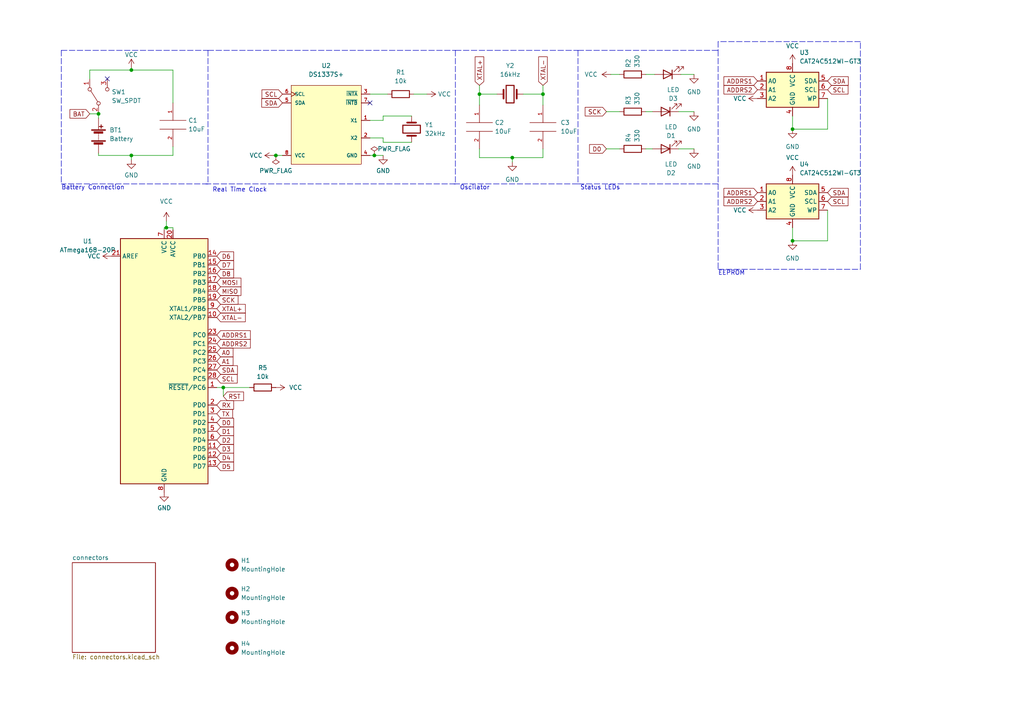
<source format=kicad_sch>
(kicad_sch (version 20211123) (generator eeschema)

  (uuid 962189f5-99a6-4a76-a124-8a04a9dda1d2)

  (paper "A4")

  (title_block
    (title "Project 7: MCU Data Logger")
    (date "2022-10-10")
    (rev "V1")
    (company "TU ECE 4110")
    (comment 1 "Rob L Bara")
  )

  (lib_symbols
    (symbol "Device:Battery" (pin_numbers hide) (pin_names (offset 0) hide) (in_bom yes) (on_board yes)
      (property "Reference" "BT" (id 0) (at 2.54 2.54 0)
        (effects (font (size 1.27 1.27)) (justify left))
      )
      (property "Value" "Battery" (id 1) (at 2.54 0 0)
        (effects (font (size 1.27 1.27)) (justify left))
      )
      (property "Footprint" "" (id 2) (at 0 1.524 90)
        (effects (font (size 1.27 1.27)) hide)
      )
      (property "Datasheet" "~" (id 3) (at 0 1.524 90)
        (effects (font (size 1.27 1.27)) hide)
      )
      (property "ki_keywords" "batt voltage-source cell" (id 4) (at 0 0 0)
        (effects (font (size 1.27 1.27)) hide)
      )
      (property "ki_description" "Multiple-cell battery" (id 5) (at 0 0 0)
        (effects (font (size 1.27 1.27)) hide)
      )
      (symbol "Battery_0_1"
        (rectangle (start -2.032 -1.397) (end 2.032 -1.651)
          (stroke (width 0) (type default) (color 0 0 0 0))
          (fill (type outline))
        )
        (rectangle (start -2.032 1.778) (end 2.032 1.524)
          (stroke (width 0) (type default) (color 0 0 0 0))
          (fill (type outline))
        )
        (rectangle (start -1.3208 -1.9812) (end 1.27 -2.4892)
          (stroke (width 0) (type default) (color 0 0 0 0))
          (fill (type outline))
        )
        (rectangle (start -1.3208 1.1938) (end 1.27 0.6858)
          (stroke (width 0) (type default) (color 0 0 0 0))
          (fill (type outline))
        )
        (polyline
          (pts
            (xy 0 -1.524)
            (xy 0 -1.27)
          )
          (stroke (width 0) (type default) (color 0 0 0 0))
          (fill (type none))
        )
        (polyline
          (pts
            (xy 0 -1.016)
            (xy 0 -0.762)
          )
          (stroke (width 0) (type default) (color 0 0 0 0))
          (fill (type none))
        )
        (polyline
          (pts
            (xy 0 -0.508)
            (xy 0 -0.254)
          )
          (stroke (width 0) (type default) (color 0 0 0 0))
          (fill (type none))
        )
        (polyline
          (pts
            (xy 0 0)
            (xy 0 0.254)
          )
          (stroke (width 0) (type default) (color 0 0 0 0))
          (fill (type none))
        )
        (polyline
          (pts
            (xy 0 0.508)
            (xy 0 0.762)
          )
          (stroke (width 0) (type default) (color 0 0 0 0))
          (fill (type none))
        )
        (polyline
          (pts
            (xy 0 1.778)
            (xy 0 2.54)
          )
          (stroke (width 0) (type default) (color 0 0 0 0))
          (fill (type none))
        )
        (polyline
          (pts
            (xy 0.254 2.667)
            (xy 1.27 2.667)
          )
          (stroke (width 0.254) (type default) (color 0 0 0 0))
          (fill (type none))
        )
        (polyline
          (pts
            (xy 0.762 3.175)
            (xy 0.762 2.159)
          )
          (stroke (width 0.254) (type default) (color 0 0 0 0))
          (fill (type none))
        )
      )
      (symbol "Battery_1_1"
        (pin passive line (at 0 5.08 270) (length 2.54)
          (name "+" (effects (font (size 1.27 1.27))))
          (number "1" (effects (font (size 1.27 1.27))))
        )
        (pin passive line (at 0 -5.08 90) (length 2.54)
          (name "-" (effects (font (size 1.27 1.27))))
          (number "2" (effects (font (size 1.27 1.27))))
        )
      )
    )
    (symbol "Device:Crystal" (pin_numbers hide) (pin_names (offset 1.016) hide) (in_bom yes) (on_board yes)
      (property "Reference" "Y" (id 0) (at 0 3.81 0)
        (effects (font (size 1.27 1.27)))
      )
      (property "Value" "Crystal" (id 1) (at 0 -3.81 0)
        (effects (font (size 1.27 1.27)))
      )
      (property "Footprint" "" (id 2) (at 0 0 0)
        (effects (font (size 1.27 1.27)) hide)
      )
      (property "Datasheet" "~" (id 3) (at 0 0 0)
        (effects (font (size 1.27 1.27)) hide)
      )
      (property "ki_keywords" "quartz ceramic resonator oscillator" (id 4) (at 0 0 0)
        (effects (font (size 1.27 1.27)) hide)
      )
      (property "ki_description" "Two pin crystal" (id 5) (at 0 0 0)
        (effects (font (size 1.27 1.27)) hide)
      )
      (property "ki_fp_filters" "Crystal*" (id 6) (at 0 0 0)
        (effects (font (size 1.27 1.27)) hide)
      )
      (symbol "Crystal_0_1"
        (rectangle (start -1.143 2.54) (end 1.143 -2.54)
          (stroke (width 0.3048) (type default) (color 0 0 0 0))
          (fill (type none))
        )
        (polyline
          (pts
            (xy -2.54 0)
            (xy -1.905 0)
          )
          (stroke (width 0) (type default) (color 0 0 0 0))
          (fill (type none))
        )
        (polyline
          (pts
            (xy -1.905 -1.27)
            (xy -1.905 1.27)
          )
          (stroke (width 0.508) (type default) (color 0 0 0 0))
          (fill (type none))
        )
        (polyline
          (pts
            (xy 1.905 -1.27)
            (xy 1.905 1.27)
          )
          (stroke (width 0.508) (type default) (color 0 0 0 0))
          (fill (type none))
        )
        (polyline
          (pts
            (xy 2.54 0)
            (xy 1.905 0)
          )
          (stroke (width 0) (type default) (color 0 0 0 0))
          (fill (type none))
        )
      )
      (symbol "Crystal_1_1"
        (pin passive line (at -3.81 0 0) (length 1.27)
          (name "1" (effects (font (size 1.27 1.27))))
          (number "1" (effects (font (size 1.27 1.27))))
        )
        (pin passive line (at 3.81 0 180) (length 1.27)
          (name "2" (effects (font (size 1.27 1.27))))
          (number "2" (effects (font (size 1.27 1.27))))
        )
      )
    )
    (symbol "Device:LED" (pin_numbers hide) (pin_names (offset 1.016) hide) (in_bom yes) (on_board yes)
      (property "Reference" "D" (id 0) (at 0 2.54 0)
        (effects (font (size 1.27 1.27)))
      )
      (property "Value" "LED" (id 1) (at 0 -2.54 0)
        (effects (font (size 1.27 1.27)))
      )
      (property "Footprint" "" (id 2) (at 0 0 0)
        (effects (font (size 1.27 1.27)) hide)
      )
      (property "Datasheet" "~" (id 3) (at 0 0 0)
        (effects (font (size 1.27 1.27)) hide)
      )
      (property "ki_keywords" "LED diode" (id 4) (at 0 0 0)
        (effects (font (size 1.27 1.27)) hide)
      )
      (property "ki_description" "Light emitting diode" (id 5) (at 0 0 0)
        (effects (font (size 1.27 1.27)) hide)
      )
      (property "ki_fp_filters" "LED* LED_SMD:* LED_THT:*" (id 6) (at 0 0 0)
        (effects (font (size 1.27 1.27)) hide)
      )
      (symbol "LED_0_1"
        (polyline
          (pts
            (xy -1.27 -1.27)
            (xy -1.27 1.27)
          )
          (stroke (width 0.254) (type default) (color 0 0 0 0))
          (fill (type none))
        )
        (polyline
          (pts
            (xy -1.27 0)
            (xy 1.27 0)
          )
          (stroke (width 0) (type default) (color 0 0 0 0))
          (fill (type none))
        )
        (polyline
          (pts
            (xy 1.27 -1.27)
            (xy 1.27 1.27)
            (xy -1.27 0)
            (xy 1.27 -1.27)
          )
          (stroke (width 0.254) (type default) (color 0 0 0 0))
          (fill (type none))
        )
        (polyline
          (pts
            (xy -3.048 -0.762)
            (xy -4.572 -2.286)
            (xy -3.81 -2.286)
            (xy -4.572 -2.286)
            (xy -4.572 -1.524)
          )
          (stroke (width 0) (type default) (color 0 0 0 0))
          (fill (type none))
        )
        (polyline
          (pts
            (xy -1.778 -0.762)
            (xy -3.302 -2.286)
            (xy -2.54 -2.286)
            (xy -3.302 -2.286)
            (xy -3.302 -1.524)
          )
          (stroke (width 0) (type default) (color 0 0 0 0))
          (fill (type none))
        )
      )
      (symbol "LED_1_1"
        (pin passive line (at -3.81 0 0) (length 2.54)
          (name "K" (effects (font (size 1.27 1.27))))
          (number "1" (effects (font (size 1.27 1.27))))
        )
        (pin passive line (at 3.81 0 180) (length 2.54)
          (name "A" (effects (font (size 1.27 1.27))))
          (number "2" (effects (font (size 1.27 1.27))))
        )
      )
    )
    (symbol "Device:R" (pin_numbers hide) (pin_names (offset 0)) (in_bom yes) (on_board yes)
      (property "Reference" "R" (id 0) (at 2.032 0 90)
        (effects (font (size 1.27 1.27)))
      )
      (property "Value" "R" (id 1) (at 0 0 90)
        (effects (font (size 1.27 1.27)))
      )
      (property "Footprint" "" (id 2) (at -1.778 0 90)
        (effects (font (size 1.27 1.27)) hide)
      )
      (property "Datasheet" "~" (id 3) (at 0 0 0)
        (effects (font (size 1.27 1.27)) hide)
      )
      (property "ki_keywords" "R res resistor" (id 4) (at 0 0 0)
        (effects (font (size 1.27 1.27)) hide)
      )
      (property "ki_description" "Resistor" (id 5) (at 0 0 0)
        (effects (font (size 1.27 1.27)) hide)
      )
      (property "ki_fp_filters" "R_*" (id 6) (at 0 0 0)
        (effects (font (size 1.27 1.27)) hide)
      )
      (symbol "R_0_1"
        (rectangle (start -1.016 -2.54) (end 1.016 2.54)
          (stroke (width 0.254) (type default) (color 0 0 0 0))
          (fill (type none))
        )
      )
      (symbol "R_1_1"
        (pin passive line (at 0 3.81 270) (length 1.27)
          (name "~" (effects (font (size 1.27 1.27))))
          (number "1" (effects (font (size 1.27 1.27))))
        )
        (pin passive line (at 0 -3.81 90) (length 1.27)
          (name "~" (effects (font (size 1.27 1.27))))
          (number "2" (effects (font (size 1.27 1.27))))
        )
      )
    )
    (symbol "MCU_Microchip_ATmega:ATmega168-20P" (in_bom yes) (on_board yes)
      (property "Reference" "U" (id 0) (at -12.7 36.83 0)
        (effects (font (size 1.27 1.27)) (justify left bottom))
      )
      (property "Value" "ATmega168-20P" (id 1) (at 2.54 -36.83 0)
        (effects (font (size 1.27 1.27)) (justify left top))
      )
      (property "Footprint" "Package_DIP:DIP-28_W7.62mm" (id 2) (at 0 0 0)
        (effects (font (size 1.27 1.27) italic) hide)
      )
      (property "Datasheet" "http://ww1.microchip.com/downloads/en/DeviceDoc/Atmel-2545-8-bit-AVR-Microcontroller-ATmega48-88-168_Datasheet.pdf" (id 3) (at 0 0 0)
        (effects (font (size 1.27 1.27)) hide)
      )
      (property "ki_keywords" "AVR 8bit Microcontroller MegaAVR" (id 4) (at 0 0 0)
        (effects (font (size 1.27 1.27)) hide)
      )
      (property "ki_description" "20MHz, 16kB Flash, 1kB SRAM, 512B EEPROM, DIP-28" (id 5) (at 0 0 0)
        (effects (font (size 1.27 1.27)) hide)
      )
      (property "ki_fp_filters" "DIP*W7.62mm*" (id 6) (at 0 0 0)
        (effects (font (size 1.27 1.27)) hide)
      )
      (symbol "ATmega168-20P_0_1"
        (rectangle (start -12.7 -35.56) (end 12.7 35.56)
          (stroke (width 0.254) (type default) (color 0 0 0 0))
          (fill (type background))
        )
      )
      (symbol "ATmega168-20P_1_1"
        (pin bidirectional line (at 15.24 -7.62 180) (length 2.54)
          (name "~{RESET}/PC6" (effects (font (size 1.27 1.27))))
          (number "1" (effects (font (size 1.27 1.27))))
        )
        (pin bidirectional line (at 15.24 12.7 180) (length 2.54)
          (name "XTAL2/PB7" (effects (font (size 1.27 1.27))))
          (number "10" (effects (font (size 1.27 1.27))))
        )
        (pin bidirectional line (at 15.24 -25.4 180) (length 2.54)
          (name "PD5" (effects (font (size 1.27 1.27))))
          (number "11" (effects (font (size 1.27 1.27))))
        )
        (pin bidirectional line (at 15.24 -27.94 180) (length 2.54)
          (name "PD6" (effects (font (size 1.27 1.27))))
          (number "12" (effects (font (size 1.27 1.27))))
        )
        (pin bidirectional line (at 15.24 -30.48 180) (length 2.54)
          (name "PD7" (effects (font (size 1.27 1.27))))
          (number "13" (effects (font (size 1.27 1.27))))
        )
        (pin bidirectional line (at 15.24 30.48 180) (length 2.54)
          (name "PB0" (effects (font (size 1.27 1.27))))
          (number "14" (effects (font (size 1.27 1.27))))
        )
        (pin bidirectional line (at 15.24 27.94 180) (length 2.54)
          (name "PB1" (effects (font (size 1.27 1.27))))
          (number "15" (effects (font (size 1.27 1.27))))
        )
        (pin bidirectional line (at 15.24 25.4 180) (length 2.54)
          (name "PB2" (effects (font (size 1.27 1.27))))
          (number "16" (effects (font (size 1.27 1.27))))
        )
        (pin bidirectional line (at 15.24 22.86 180) (length 2.54)
          (name "PB3" (effects (font (size 1.27 1.27))))
          (number "17" (effects (font (size 1.27 1.27))))
        )
        (pin bidirectional line (at 15.24 20.32 180) (length 2.54)
          (name "PB4" (effects (font (size 1.27 1.27))))
          (number "18" (effects (font (size 1.27 1.27))))
        )
        (pin bidirectional line (at 15.24 17.78 180) (length 2.54)
          (name "PB5" (effects (font (size 1.27 1.27))))
          (number "19" (effects (font (size 1.27 1.27))))
        )
        (pin bidirectional line (at 15.24 -12.7 180) (length 2.54)
          (name "PD0" (effects (font (size 1.27 1.27))))
          (number "2" (effects (font (size 1.27 1.27))))
        )
        (pin power_in line (at 2.54 38.1 270) (length 2.54)
          (name "AVCC" (effects (font (size 1.27 1.27))))
          (number "20" (effects (font (size 1.27 1.27))))
        )
        (pin passive line (at -15.24 30.48 0) (length 2.54)
          (name "AREF" (effects (font (size 1.27 1.27))))
          (number "21" (effects (font (size 1.27 1.27))))
        )
        (pin passive line (at 0 -38.1 90) (length 2.54) hide
          (name "GND" (effects (font (size 1.27 1.27))))
          (number "22" (effects (font (size 1.27 1.27))))
        )
        (pin bidirectional line (at 15.24 7.62 180) (length 2.54)
          (name "PC0" (effects (font (size 1.27 1.27))))
          (number "23" (effects (font (size 1.27 1.27))))
        )
        (pin bidirectional line (at 15.24 5.08 180) (length 2.54)
          (name "PC1" (effects (font (size 1.27 1.27))))
          (number "24" (effects (font (size 1.27 1.27))))
        )
        (pin bidirectional line (at 15.24 2.54 180) (length 2.54)
          (name "PC2" (effects (font (size 1.27 1.27))))
          (number "25" (effects (font (size 1.27 1.27))))
        )
        (pin bidirectional line (at 15.24 0 180) (length 2.54)
          (name "PC3" (effects (font (size 1.27 1.27))))
          (number "26" (effects (font (size 1.27 1.27))))
        )
        (pin bidirectional line (at 15.24 -2.54 180) (length 2.54)
          (name "PC4" (effects (font (size 1.27 1.27))))
          (number "27" (effects (font (size 1.27 1.27))))
        )
        (pin bidirectional line (at 15.24 -5.08 180) (length 2.54)
          (name "PC5" (effects (font (size 1.27 1.27))))
          (number "28" (effects (font (size 1.27 1.27))))
        )
        (pin bidirectional line (at 15.24 -15.24 180) (length 2.54)
          (name "PD1" (effects (font (size 1.27 1.27))))
          (number "3" (effects (font (size 1.27 1.27))))
        )
        (pin bidirectional line (at 15.24 -17.78 180) (length 2.54)
          (name "PD2" (effects (font (size 1.27 1.27))))
          (number "4" (effects (font (size 1.27 1.27))))
        )
        (pin bidirectional line (at 15.24 -20.32 180) (length 2.54)
          (name "PD3" (effects (font (size 1.27 1.27))))
          (number "5" (effects (font (size 1.27 1.27))))
        )
        (pin bidirectional line (at 15.24 -22.86 180) (length 2.54)
          (name "PD4" (effects (font (size 1.27 1.27))))
          (number "6" (effects (font (size 1.27 1.27))))
        )
        (pin power_in line (at 0 38.1 270) (length 2.54)
          (name "VCC" (effects (font (size 1.27 1.27))))
          (number "7" (effects (font (size 1.27 1.27))))
        )
        (pin power_in line (at 0 -38.1 90) (length 2.54)
          (name "GND" (effects (font (size 1.27 1.27))))
          (number "8" (effects (font (size 1.27 1.27))))
        )
        (pin bidirectional line (at 15.24 15.24 180) (length 2.54)
          (name "XTAL1/PB6" (effects (font (size 1.27 1.27))))
          (number "9" (effects (font (size 1.27 1.27))))
        )
      )
    )
    (symbol "Mechanical:MountingHole" (pin_names (offset 1.016)) (in_bom yes) (on_board yes)
      (property "Reference" "H" (id 0) (at 0 5.08 0)
        (effects (font (size 1.27 1.27)))
      )
      (property "Value" "MountingHole" (id 1) (at 0 3.175 0)
        (effects (font (size 1.27 1.27)))
      )
      (property "Footprint" "" (id 2) (at 0 0 0)
        (effects (font (size 1.27 1.27)) hide)
      )
      (property "Datasheet" "~" (id 3) (at 0 0 0)
        (effects (font (size 1.27 1.27)) hide)
      )
      (property "ki_keywords" "mounting hole" (id 4) (at 0 0 0)
        (effects (font (size 1.27 1.27)) hide)
      )
      (property "ki_description" "Mounting Hole without connection" (id 5) (at 0 0 0)
        (effects (font (size 1.27 1.27)) hide)
      )
      (property "ki_fp_filters" "MountingHole*" (id 6) (at 0 0 0)
        (effects (font (size 1.27 1.27)) hide)
      )
      (symbol "MountingHole_0_1"
        (circle (center 0 0) (radius 1.27)
          (stroke (width 1.27) (type default) (color 0 0 0 0))
          (fill (type none))
        )
      )
    )
    (symbol "Memory_EEPROM:24LC1025" (in_bom yes) (on_board yes)
      (property "Reference" "U" (id 0) (at -6.35 6.35 0)
        (effects (font (size 1.27 1.27)))
      )
      (property "Value" "24LC1025" (id 1) (at 1.27 6.35 0)
        (effects (font (size 1.27 1.27)) (justify left))
      )
      (property "Footprint" "" (id 2) (at 0 0 0)
        (effects (font (size 1.27 1.27)) hide)
      )
      (property "Datasheet" "http://ww1.microchip.com/downloads/en/DeviceDoc/21941B.pdf" (id 3) (at 0 0 0)
        (effects (font (size 1.27 1.27)) hide)
      )
      (property "ki_keywords" "I2C Serial EEPROM" (id 4) (at 0 0 0)
        (effects (font (size 1.27 1.27)) hide)
      )
      (property "ki_description" "I2C Serial EEPROM, 1024Kb, DIP-8/SOIC-8/TSSOP-8/DFN-8" (id 5) (at 0 0 0)
        (effects (font (size 1.27 1.27)) hide)
      )
      (property "ki_fp_filters" "DIP*W7.62mm* SOIC*3.9x4.9mm* TSSOP*4.4x3mm*P0.65mm* DFN*3x2mm*P0.5mm*" (id 6) (at 0 0 0)
        (effects (font (size 1.27 1.27)) hide)
      )
      (symbol "24LC1025_1_1"
        (rectangle (start -7.62 5.08) (end 7.62 -5.08)
          (stroke (width 0.254) (type default) (color 0 0 0 0))
          (fill (type background))
        )
        (pin input line (at -10.16 2.54 0) (length 2.54)
          (name "A0" (effects (font (size 1.27 1.27))))
          (number "1" (effects (font (size 1.27 1.27))))
        )
        (pin input line (at -10.16 0 0) (length 2.54)
          (name "A1" (effects (font (size 1.27 1.27))))
          (number "2" (effects (font (size 1.27 1.27))))
        )
        (pin input line (at -10.16 -2.54 0) (length 2.54)
          (name "A2" (effects (font (size 1.27 1.27))))
          (number "3" (effects (font (size 1.27 1.27))))
        )
        (pin power_in line (at 0 -7.62 90) (length 2.54)
          (name "GND" (effects (font (size 1.27 1.27))))
          (number "4" (effects (font (size 1.27 1.27))))
        )
        (pin bidirectional line (at 10.16 2.54 180) (length 2.54)
          (name "SDA" (effects (font (size 1.27 1.27))))
          (number "5" (effects (font (size 1.27 1.27))))
        )
        (pin input line (at 10.16 0 180) (length 2.54)
          (name "SCL" (effects (font (size 1.27 1.27))))
          (number "6" (effects (font (size 1.27 1.27))))
        )
        (pin input line (at 10.16 -2.54 180) (length 2.54)
          (name "WP" (effects (font (size 1.27 1.27))))
          (number "7" (effects (font (size 1.27 1.27))))
        )
        (pin power_in line (at 0 7.62 270) (length 2.54)
          (name "VCC" (effects (font (size 1.27 1.27))))
          (number "8" (effects (font (size 1.27 1.27))))
        )
      )
    )
    (symbol "Switch:SW_SPDT" (pin_names (offset 0) hide) (in_bom yes) (on_board yes)
      (property "Reference" "SW" (id 0) (at 0 4.318 0)
        (effects (font (size 1.27 1.27)))
      )
      (property "Value" "SW_SPDT" (id 1) (at 0 -5.08 0)
        (effects (font (size 1.27 1.27)))
      )
      (property "Footprint" "" (id 2) (at 0 0 0)
        (effects (font (size 1.27 1.27)) hide)
      )
      (property "Datasheet" "~" (id 3) (at 0 0 0)
        (effects (font (size 1.27 1.27)) hide)
      )
      (property "ki_keywords" "switch single-pole double-throw spdt ON-ON" (id 4) (at 0 0 0)
        (effects (font (size 1.27 1.27)) hide)
      )
      (property "ki_description" "Switch, single pole double throw" (id 5) (at 0 0 0)
        (effects (font (size 1.27 1.27)) hide)
      )
      (symbol "SW_SPDT_0_0"
        (circle (center -2.032 0) (radius 0.508)
          (stroke (width 0) (type default) (color 0 0 0 0))
          (fill (type none))
        )
        (circle (center 2.032 -2.54) (radius 0.508)
          (stroke (width 0) (type default) (color 0 0 0 0))
          (fill (type none))
        )
      )
      (symbol "SW_SPDT_0_1"
        (polyline
          (pts
            (xy -1.524 0.254)
            (xy 1.651 2.286)
          )
          (stroke (width 0) (type default) (color 0 0 0 0))
          (fill (type none))
        )
        (circle (center 2.032 2.54) (radius 0.508)
          (stroke (width 0) (type default) (color 0 0 0 0))
          (fill (type none))
        )
      )
      (symbol "SW_SPDT_1_1"
        (pin passive line (at 5.08 2.54 180) (length 2.54)
          (name "A" (effects (font (size 1.27 1.27))))
          (number "1" (effects (font (size 1.27 1.27))))
        )
        (pin passive line (at -5.08 0 0) (length 2.54)
          (name "B" (effects (font (size 1.27 1.27))))
          (number "2" (effects (font (size 1.27 1.27))))
        )
        (pin passive line (at 5.08 -2.54 180) (length 2.54)
          (name "C" (effects (font (size 1.27 1.27))))
          (number "3" (effects (font (size 1.27 1.27))))
        )
      )
    )
    (symbol "eec:DS1337S+" (pin_names (offset 1.016)) (in_bom yes) (on_board yes)
      (property "Reference" "U" (id 0) (at 0 5.08 0)
        (effects (font (size 1.27 1.27)) (justify left))
      )
      (property "Value" "DS1337S+" (id 1) (at 0 7.62 0)
        (effects (font (size 1.27 1.27)) (justify left))
      )
      (property "Footprint" "Maxim-DS1337S+-*" (id 2) (at 0 10.16 0)
        (effects (font (size 1.27 1.27)) (justify left) hide)
      )
      (property "Datasheet" "http://datasheets.maxim-ic.com/en/ds/DS1337-DS1337C.pdf" (id 3) (at 0 12.7 0)
        (effects (font (size 1.27 1.27)) (justify left) hide)
      )
      (property "Code  IPC" "SOIC127P600-8" (id 4) (at 0 15.24 0)
        (effects (font (size 1.27 1.27)) (justify left) hide)
      )
      (property "Code  JEDEC" "MS-012-AA" (id 5) (at 0 17.78 0)
        (effects (font (size 1.27 1.27)) (justify left) hide)
      )
      (property "Component Link 1 Description" "Manufacturer URL" (id 6) (at 0 20.32 0)
        (effects (font (size 1.27 1.27)) (justify left) hide)
      )
      (property "Component Link 1 URL" "http://www.maxim-ic.com" (id 7) (at 0 22.86 0)
        (effects (font (size 1.27 1.27)) (justify left) hide)
      )
      (property "Component Link 3 Description" "Package Specification" (id 8) (at 0 25.4 0)
        (effects (font (size 1.27 1.27)) (justify left) hide)
      )
      (property "Component Link 3 URL" "http://pdfserv.maxim-ic.com/package_dwgs/21-0041.PDF" (id 9) (at 0 27.94 0)
        (effects (font (size 1.27 1.27)) (justify left) hide)
      )
      (property "Datasheet Version" "Sep-2009" (id 10) (at 0 30.48 0)
        (effects (font (size 1.27 1.27)) (justify left) hide)
      )
      (property "Package Description" "8-Pin Small-Outline IC, Narrow (0.15in), 1.27 mm Pitch, SOIC (N), Pb-Free" (id 11) (at 0 33.02 0)
        (effects (font (size 1.27 1.27)) (justify left) hide)
      )
      (property "Package Version" "revC, 2010" (id 12) (at 0 35.56 0)
        (effects (font (size 1.27 1.27)) (justify left) hide)
      )
      (property "category" "IC" (id 13) (at 0 38.1 0)
        (effects (font (size 1.27 1.27)) (justify left) hide)
      )
      (property "ciiva ids" "962146" (id 14) (at 0 40.64 0)
        (effects (font (size 1.27 1.27)) (justify left) hide)
      )
      (property "library id" "65f694993862d68a" (id 15) (at 0 43.18 0)
        (effects (font (size 1.27 1.27)) (justify left) hide)
      )
      (property "manufacturer" "Maxim" (id 16) (at 0 45.72 0)
        (effects (font (size 1.27 1.27)) (justify left) hide)
      )
      (property "package" "S8+2" (id 17) (at 0 48.26 0)
        (effects (font (size 1.27 1.27)) (justify left) hide)
      )
      (property "release date" "1338614582" (id 18) (at 0 50.8 0)
        (effects (font (size 1.27 1.27)) (justify left) hide)
      )
      (property "vault revision" "EAC74A76-8486-449A-B826-A0A3F286813F" (id 19) (at 0 53.34 0)
        (effects (font (size 1.27 1.27)) (justify left) hide)
      )
      (property "imported" "yes" (id 20) (at 0 55.88 0)
        (effects (font (size 1.27 1.27)) (justify left) hide)
      )
      (property "ki_locked" "" (id 21) (at 0 0 0)
        (effects (font (size 1.27 1.27)))
      )
      (property "ki_description" "DS1337S+" (id 22) (at 0 0 0)
        (effects (font (size 1.27 1.27)) hide)
      )
      (symbol "DS1337S+_1_1"
        (rectangle (start 5.08 2.54) (end 25.4 -20.32)
          (stroke (width 0) (type default) (color 0 0 0 0))
          (fill (type background))
        )
        (pin passive line (at 27.94 -7.62 180) (length 2.54)
          (name "X1" (effects (font (size 1.016 1.016))))
          (number "1" (effects (font (size 1.016 1.016))))
        )
        (pin passive line (at 27.94 -12.7 180) (length 2.54)
          (name "X2" (effects (font (size 1.016 1.016))))
          (number "2" (effects (font (size 1.016 1.016))))
        )
        (pin open_collector line (at 27.94 0 180) (length 2.54)
          (name "~{INTA}" (effects (font (size 1.016 1.016))))
          (number "3" (effects (font (size 1.016 1.016))))
        )
        (pin power_in line (at 27.94 -17.78 180) (length 2.54)
          (name "GND" (effects (font (size 1.016 1.016))))
          (number "4" (effects (font (size 1.016 1.016))))
        )
        (pin bidirectional line (at 2.54 -2.54 0) (length 2.54)
          (name "SDA" (effects (font (size 1.016 1.016))))
          (number "5" (effects (font (size 1.016 1.016))))
        )
        (pin input clock (at 2.54 0 0) (length 2.54)
          (name "SCL" (effects (font (size 1.016 1.016))))
          (number "6" (effects (font (size 1.016 1.016))))
        )
        (pin open_collector line (at 27.94 -2.54 180) (length 2.54)
          (name "~{INTB}" (effects (font (size 1.016 1.016))))
          (number "7" (effects (font (size 1.016 1.016))))
        )
        (pin power_in line (at 2.54 -17.78 0) (length 2.54)
          (name "VCC" (effects (font (size 1.016 1.016))))
          (number "8" (effects (font (size 1.016 1.016))))
        )
      )
    )
    (symbol "power:GND" (power) (pin_names (offset 0)) (in_bom yes) (on_board yes)
      (property "Reference" "#PWR" (id 0) (at 0 -6.35 0)
        (effects (font (size 1.27 1.27)) hide)
      )
      (property "Value" "GND" (id 1) (at 0 -3.81 0)
        (effects (font (size 1.27 1.27)))
      )
      (property "Footprint" "" (id 2) (at 0 0 0)
        (effects (font (size 1.27 1.27)) hide)
      )
      (property "Datasheet" "" (id 3) (at 0 0 0)
        (effects (font (size 1.27 1.27)) hide)
      )
      (property "ki_keywords" "power-flag" (id 4) (at 0 0 0)
        (effects (font (size 1.27 1.27)) hide)
      )
      (property "ki_description" "Power symbol creates a global label with name \"GND\" , ground" (id 5) (at 0 0 0)
        (effects (font (size 1.27 1.27)) hide)
      )
      (symbol "GND_0_1"
        (polyline
          (pts
            (xy 0 0)
            (xy 0 -1.27)
            (xy 1.27 -1.27)
            (xy 0 -2.54)
            (xy -1.27 -1.27)
            (xy 0 -1.27)
          )
          (stroke (width 0) (type default) (color 0 0 0 0))
          (fill (type none))
        )
      )
      (symbol "GND_1_1"
        (pin power_in line (at 0 0 270) (length 0) hide
          (name "GND" (effects (font (size 1.27 1.27))))
          (number "1" (effects (font (size 1.27 1.27))))
        )
      )
    )
    (symbol "power:PWR_FLAG" (power) (pin_numbers hide) (pin_names (offset 0) hide) (in_bom yes) (on_board yes)
      (property "Reference" "#FLG" (id 0) (at 0 1.905 0)
        (effects (font (size 1.27 1.27)) hide)
      )
      (property "Value" "PWR_FLAG" (id 1) (at 0 3.81 0)
        (effects (font (size 1.27 1.27)))
      )
      (property "Footprint" "" (id 2) (at 0 0 0)
        (effects (font (size 1.27 1.27)) hide)
      )
      (property "Datasheet" "~" (id 3) (at 0 0 0)
        (effects (font (size 1.27 1.27)) hide)
      )
      (property "ki_keywords" "power-flag" (id 4) (at 0 0 0)
        (effects (font (size 1.27 1.27)) hide)
      )
      (property "ki_description" "Special symbol for telling ERC where power comes from" (id 5) (at 0 0 0)
        (effects (font (size 1.27 1.27)) hide)
      )
      (symbol "PWR_FLAG_0_0"
        (pin power_out line (at 0 0 90) (length 0)
          (name "pwr" (effects (font (size 1.27 1.27))))
          (number "1" (effects (font (size 1.27 1.27))))
        )
      )
      (symbol "PWR_FLAG_0_1"
        (polyline
          (pts
            (xy 0 0)
            (xy 0 1.27)
            (xy -1.016 1.905)
            (xy 0 2.54)
            (xy 1.016 1.905)
            (xy 0 1.27)
          )
          (stroke (width 0) (type default) (color 0 0 0 0))
          (fill (type none))
        )
      )
    )
    (symbol "power:VCC" (power) (pin_names (offset 0)) (in_bom yes) (on_board yes)
      (property "Reference" "#PWR" (id 0) (at 0 -3.81 0)
        (effects (font (size 1.27 1.27)) hide)
      )
      (property "Value" "VCC" (id 1) (at 0 3.81 0)
        (effects (font (size 1.27 1.27)))
      )
      (property "Footprint" "" (id 2) (at 0 0 0)
        (effects (font (size 1.27 1.27)) hide)
      )
      (property "Datasheet" "" (id 3) (at 0 0 0)
        (effects (font (size 1.27 1.27)) hide)
      )
      (property "ki_keywords" "power-flag" (id 4) (at 0 0 0)
        (effects (font (size 1.27 1.27)) hide)
      )
      (property "ki_description" "Power symbol creates a global label with name \"VCC\"" (id 5) (at 0 0 0)
        (effects (font (size 1.27 1.27)) hide)
      )
      (symbol "VCC_0_1"
        (polyline
          (pts
            (xy -0.762 1.27)
            (xy 0 2.54)
          )
          (stroke (width 0) (type default) (color 0 0 0 0))
          (fill (type none))
        )
        (polyline
          (pts
            (xy 0 0)
            (xy 0 2.54)
          )
          (stroke (width 0) (type default) (color 0 0 0 0))
          (fill (type none))
        )
        (polyline
          (pts
            (xy 0 2.54)
            (xy 0.762 1.27)
          )
          (stroke (width 0) (type default) (color 0 0 0 0))
          (fill (type none))
        )
      )
      (symbol "VCC_1_1"
        (pin power_in line (at 0 0 90) (length 0) hide
          (name "VCC" (effects (font (size 1.27 1.27))))
          (number "1" (effects (font (size 1.27 1.27))))
        )
      )
    )
    (symbol "pspice:CAP" (pin_names (offset 0.254)) (in_bom yes) (on_board yes)
      (property "Reference" "C" (id 0) (at 2.54 3.81 90)
        (effects (font (size 1.27 1.27)))
      )
      (property "Value" "CAP" (id 1) (at 2.54 -3.81 90)
        (effects (font (size 1.27 1.27)))
      )
      (property "Footprint" "" (id 2) (at 0 0 0)
        (effects (font (size 1.27 1.27)) hide)
      )
      (property "Datasheet" "~" (id 3) (at 0 0 0)
        (effects (font (size 1.27 1.27)) hide)
      )
      (property "ki_keywords" "simulation" (id 4) (at 0 0 0)
        (effects (font (size 1.27 1.27)) hide)
      )
      (property "ki_description" "Capacitor symbol for simulation only" (id 5) (at 0 0 0)
        (effects (font (size 1.27 1.27)) hide)
      )
      (symbol "CAP_0_1"
        (polyline
          (pts
            (xy -3.81 -1.27)
            (xy 3.81 -1.27)
          )
          (stroke (width 0) (type default) (color 0 0 0 0))
          (fill (type none))
        )
        (polyline
          (pts
            (xy -3.81 1.27)
            (xy 3.81 1.27)
          )
          (stroke (width 0) (type default) (color 0 0 0 0))
          (fill (type none))
        )
      )
      (symbol "CAP_1_1"
        (pin passive line (at 0 6.35 270) (length 5.08)
          (name "~" (effects (font (size 1.016 1.016))))
          (number "1" (effects (font (size 1.016 1.016))))
        )
        (pin passive line (at 0 -6.35 90) (length 5.08)
          (name "~" (effects (font (size 1.016 1.016))))
          (number "2" (effects (font (size 1.016 1.016))))
        )
      )
    )
  )

  (junction (at 139.065 27.305) (diameter 0) (color 0 0 0 0)
    (uuid 099f0d44-5bd8-48d5-963d-0f8a5c0e302e)
  )
  (junction (at 229.87 37.465) (diameter 0) (color 0 0 0 0)
    (uuid 1d85ec38-7b50-4732-886c-d05ed9a8beea)
  )
  (junction (at 157.48 27.305) (diameter 0) (color 0 0 0 0)
    (uuid 1d85f48e-dc9d-45dc-a8af-8b5f96489d1a)
  )
  (junction (at 38.1 20.32) (diameter 0) (color 0 0 0 0)
    (uuid 261dc52b-8c35-4918-b489-308ce9bf154b)
  )
  (junction (at 229.87 69.85) (diameter 0) (color 0 0 0 0)
    (uuid 506c722d-2931-4333-b412-167e138fcd07)
  )
  (junction (at 148.59 45.72) (diameter 0) (color 0 0 0 0)
    (uuid 76318b22-7374-4121-be04-752cf7460d9c)
  )
  (junction (at 108.585 45.085) (diameter 0) (color 0 0 0 0)
    (uuid 83e829ae-c3ad-46c4-97fb-023ed5d8ebd1)
  )
  (junction (at 28.575 33.02) (diameter 0) (color 0 0 0 0)
    (uuid 8a2a84ea-0539-4062-9119-5cfe5efb2327)
  )
  (junction (at 38.1 45.085) (diameter 0) (color 0 0 0 0)
    (uuid 9bafd7c2-3cb1-4012-b049-b9d98f63afb9)
  )
  (junction (at 64.77 112.395) (diameter 0) (color 0 0 0 0)
    (uuid b844d270-bb92-490a-9db9-359c4f8284f1)
  )
  (junction (at 48.26 66.04) (diameter 0) (color 0 0 0 0)
    (uuid c2be0dcc-bbd5-4b26-912c-bc0f7a2cb262)
  )
  (junction (at 80.01 45.085) (diameter 0) (color 0 0 0 0)
    (uuid ff301c23-eb9e-485a-83d6-92839feeb926)
  )

  (no_connect (at 107.315 29.845) (uuid 330e2dcc-2297-4553-ab54-3811558325c9))
  (no_connect (at 31.115 22.86) (uuid f0d72cd7-7bb2-4068-bed6-aa5116a742ad))

  (polyline (pts (xy 208.28 78.105) (xy 249.555 78.105))
    (stroke (width 0) (type default) (color 0 0 0 0))
    (uuid 00b3c67c-0b39-48fe-ab16-4d28da653506)
  )

  (wire (pts (xy 196.85 43.18) (xy 201.295 43.18))
    (stroke (width 0) (type default) (color 0 0 0 0))
    (uuid 00f73fa3-72d5-4d41-a358-193a8eab22dc)
  )
  (wire (pts (xy 240.03 69.85) (xy 240.03 60.96))
    (stroke (width 0) (type default) (color 0 0 0 0))
    (uuid 03b83687-1a59-4a5f-8f0b-90be2a5b7cb1)
  )
  (wire (pts (xy 157.48 30.48) (xy 157.48 27.305))
    (stroke (width 0) (type default) (color 0 0 0 0))
    (uuid 0518ce21-9032-46d9-a9f2-f9d24b4643ea)
  )
  (wire (pts (xy 38.1 46.355) (xy 38.1 45.085))
    (stroke (width 0) (type default) (color 0 0 0 0))
    (uuid 070e7b95-f658-498e-9249-d0f3243fb670)
  )
  (wire (pts (xy 157.48 43.18) (xy 157.48 45.72))
    (stroke (width 0) (type default) (color 0 0 0 0))
    (uuid 073020d7-6591-46e3-b375-e46458286571)
  )
  (wire (pts (xy 64.77 112.395) (xy 72.39 112.395))
    (stroke (width 0) (type default) (color 0 0 0 0))
    (uuid 09b89b00-3c06-4c72-95c2-6d2459d88608)
  )
  (wire (pts (xy 157.48 27.305) (xy 151.765 27.305))
    (stroke (width 0) (type default) (color 0 0 0 0))
    (uuid 0a17ff7d-a4f4-43d8-bc76-c45432150bbd)
  )
  (wire (pts (xy 111.125 33.655) (xy 111.125 34.925))
    (stroke (width 0) (type default) (color 0 0 0 0))
    (uuid 0b9519ac-7541-4822-a8eb-a914be224607)
  )
  (wire (pts (xy 111.125 34.925) (xy 107.315 34.925))
    (stroke (width 0) (type default) (color 0 0 0 0))
    (uuid 0e39d139-f71c-45c9-8771-621e9e271aa3)
  )
  (polyline (pts (xy 132.08 14.605) (xy 132.08 53.34))
    (stroke (width 0) (type default) (color 0 0 0 0))
    (uuid 0eec089b-685a-4042-8d70-a9e626d32d7c)
  )
  (polyline (pts (xy 208.28 53.34) (xy 208.28 78.105))
    (stroke (width 0) (type default) (color 0 0 0 0))
    (uuid 22d4c584-6930-4ea1-b273-ff223ae40870)
  )

  (wire (pts (xy 120.015 27.305) (xy 123.825 27.305))
    (stroke (width 0) (type default) (color 0 0 0 0))
    (uuid 2612831c-732f-40a2-b511-aec519846af5)
  )
  (wire (pts (xy 28.575 44.45) (xy 28.575 45.085))
    (stroke (width 0) (type default) (color 0 0 0 0))
    (uuid 2dad7ab6-6d0a-4d78-a78a-a17e89341e50)
  )
  (wire (pts (xy 157.48 24.765) (xy 157.48 27.305))
    (stroke (width 0) (type default) (color 0 0 0 0))
    (uuid 2de7d630-b524-4bf5-bc3a-7bac549461ae)
  )
  (wire (pts (xy 187.325 32.385) (xy 189.23 32.385))
    (stroke (width 0) (type default) (color 0 0 0 0))
    (uuid 3854236c-a130-4a7a-b331-03451835e1db)
  )
  (wire (pts (xy 107.315 27.305) (xy 112.395 27.305))
    (stroke (width 0) (type default) (color 0 0 0 0))
    (uuid 3afc776f-4ccc-45a6-b4c2-5a124b5d4092)
  )
  (wire (pts (xy 187.325 43.18) (xy 189.23 43.18))
    (stroke (width 0) (type default) (color 0 0 0 0))
    (uuid 3db5e4a5-4cde-48a9-9582-8209b095da53)
  )
  (polyline (pts (xy 249.555 12.065) (xy 208.28 12.065))
    (stroke (width 0) (type default) (color 0 0 0 0))
    (uuid 3e8c0dd2-81c9-4f97-955b-ae0d098b739f)
  )

  (wire (pts (xy 47.625 66.675) (xy 47.625 66.04))
    (stroke (width 0) (type default) (color 0 0 0 0))
    (uuid 3ee63c09-e2e2-4393-b5f7-ce6be2a6ae1c)
  )
  (wire (pts (xy 79.375 45.085) (xy 80.01 45.085))
    (stroke (width 0) (type default) (color 0 0 0 0))
    (uuid 49b522e8-b698-49ff-b428-1333b27eeafa)
  )
  (polyline (pts (xy 208.28 53.34) (xy 167.64 53.34))
    (stroke (width 0) (type default) (color 0 0 0 0))
    (uuid 4abf080d-5f53-4d3f-a7cc-b76013df4240)
  )
  (polyline (pts (xy 17.78 14.605) (xy 60.325 14.605))
    (stroke (width 0) (type default) (color 0 0 0 0))
    (uuid 5548975f-e566-4790-9ea6-cb3de70f499e)
  )

  (wire (pts (xy 107.315 40.005) (xy 111.125 40.005))
    (stroke (width 0) (type default) (color 0 0 0 0))
    (uuid 58208845-1833-4761-a29c-a8a47766218e)
  )
  (wire (pts (xy 80.01 45.085) (xy 81.915 45.085))
    (stroke (width 0) (type default) (color 0 0 0 0))
    (uuid 5a9e5c98-8b30-4522-9ff2-61af46c366f9)
  )
  (wire (pts (xy 50.165 66.04) (xy 50.165 66.675))
    (stroke (width 0) (type default) (color 0 0 0 0))
    (uuid 5ef66d58-9f9a-47a7-91cb-a92353d1a2a7)
  )
  (polyline (pts (xy 60.325 14.605) (xy 132.08 14.605))
    (stroke (width 0) (type default) (color 0 0 0 0))
    (uuid 603e2dd3-136c-4083-a1a8-427a61ebbd5d)
  )

  (wire (pts (xy 50.165 20.32) (xy 38.1 20.32))
    (stroke (width 0) (type default) (color 0 0 0 0))
    (uuid 6607a8c4-bdd9-489e-9447-a23489b4f73c)
  )
  (wire (pts (xy 229.87 66.04) (xy 229.87 69.85))
    (stroke (width 0) (type default) (color 0 0 0 0))
    (uuid 69eabb47-5700-4886-9b73-03ac33682e84)
  )
  (wire (pts (xy 229.87 33.655) (xy 229.87 37.465))
    (stroke (width 0) (type default) (color 0 0 0 0))
    (uuid 6ae14b8e-2672-4d24-a90e-8f424a526346)
  )
  (polyline (pts (xy 208.28 14.605) (xy 208.28 53.34))
    (stroke (width 0) (type default) (color 0 0 0 0))
    (uuid 6ca7ff43-8c4a-4758-8777-6d5ce6120468)
  )

  (wire (pts (xy 148.59 45.72) (xy 157.48 45.72))
    (stroke (width 0) (type default) (color 0 0 0 0))
    (uuid 6da9675d-8267-4766-89a2-2e2d536fbf19)
  )
  (wire (pts (xy 175.895 43.18) (xy 179.705 43.18))
    (stroke (width 0) (type default) (color 0 0 0 0))
    (uuid 72734d51-634d-4d26-85ba-b7c46cdf1f8b)
  )
  (polyline (pts (xy 167.64 14.605) (xy 167.64 53.34))
    (stroke (width 0) (type default) (color 0 0 0 0))
    (uuid 72d37d2a-6bf0-426b-9950-c63a5395fe18)
  )

  (wire (pts (xy 107.315 45.085) (xy 108.585 45.085))
    (stroke (width 0) (type default) (color 0 0 0 0))
    (uuid 7304618a-092f-4ac2-8078-0b94c4acfd8b)
  )
  (wire (pts (xy 62.865 112.395) (xy 64.77 112.395))
    (stroke (width 0) (type default) (color 0 0 0 0))
    (uuid 7b5aa707-395f-4160-ad95-7bdc68af7793)
  )
  (polyline (pts (xy 208.28 12.065) (xy 208.28 14.605))
    (stroke (width 0) (type default) (color 0 0 0 0))
    (uuid 7b855355-12b6-4eaf-a723-e7e91f5f79ea)
  )

  (wire (pts (xy 50.165 45.085) (xy 50.165 42.545))
    (stroke (width 0) (type default) (color 0 0 0 0))
    (uuid 7f753645-0143-4ca1-adc1-eab46182818f)
  )
  (polyline (pts (xy 132.08 53.34) (xy 59.69 53.34))
    (stroke (width 0) (type default) (color 0 0 0 0))
    (uuid 8014e171-56d8-4db2-8116-6665ba48d4e6)
  )

  (wire (pts (xy 139.065 30.48) (xy 139.065 27.305))
    (stroke (width 0) (type default) (color 0 0 0 0))
    (uuid 81f01bf6-f33e-4d0c-938f-d5a1a4092c51)
  )
  (wire (pts (xy 26.035 22.86) (xy 26.035 20.32))
    (stroke (width 0) (type default) (color 0 0 0 0))
    (uuid 86a95ed9-e6af-4f76-8d1d-e108705e448c)
  )
  (wire (pts (xy 64.77 112.395) (xy 64.77 114.935))
    (stroke (width 0) (type default) (color 0 0 0 0))
    (uuid 885e97b5-a048-4b09-a5da-f329921ee3d1)
  )
  (wire (pts (xy 47.625 66.04) (xy 48.26 66.04))
    (stroke (width 0) (type default) (color 0 0 0 0))
    (uuid 899a07f6-5381-4831-94b3-5c885eeb8c54)
  )
  (polyline (pts (xy 132.08 14.605) (xy 167.64 14.605))
    (stroke (width 0) (type default) (color 0 0 0 0))
    (uuid 8dbbce44-eb1a-4ddb-a32f-6d23acfe7b5c)
  )

  (wire (pts (xy 38.1 45.085) (xy 50.165 45.085))
    (stroke (width 0) (type default) (color 0 0 0 0))
    (uuid 8e3a78ab-e67d-48a4-b448-6f935ad3aaa0)
  )
  (wire (pts (xy 50.165 29.845) (xy 50.165 20.32))
    (stroke (width 0) (type default) (color 0 0 0 0))
    (uuid 8f534618-9974-4dc8-8967-4e427fb85ee7)
  )
  (wire (pts (xy 229.87 37.465) (xy 240.03 37.465))
    (stroke (width 0) (type default) (color 0 0 0 0))
    (uuid 9081a28b-6890-4ad6-84b6-f829aa81b706)
  )
  (wire (pts (xy 196.85 32.385) (xy 201.295 32.385))
    (stroke (width 0) (type default) (color 0 0 0 0))
    (uuid 90f1f370-6d7f-4b12-8ea5-0d60446da689)
  )
  (wire (pts (xy 48.26 64.135) (xy 48.26 66.04))
    (stroke (width 0) (type default) (color 0 0 0 0))
    (uuid 9288cebb-4bc6-4cac-a6a2-966e7db4f51c)
  )
  (wire (pts (xy 229.87 69.85) (xy 240.03 69.85))
    (stroke (width 0) (type default) (color 0 0 0 0))
    (uuid 9332cad2-45b9-45e3-b5b7-64d67d5d8335)
  )
  (wire (pts (xy 177.165 21.59) (xy 179.705 21.59))
    (stroke (width 0) (type default) (color 0 0 0 0))
    (uuid 97e0eb05-c703-45f2-be47-fd62451ca84c)
  )
  (wire (pts (xy 48.26 66.04) (xy 50.165 66.04))
    (stroke (width 0) (type default) (color 0 0 0 0))
    (uuid 99ed9c4f-e7f7-4e89-b978-c581e9fa4f0b)
  )
  (wire (pts (xy 26.035 20.32) (xy 38.1 20.32))
    (stroke (width 0) (type default) (color 0 0 0 0))
    (uuid 9df36ecd-d16c-458b-ba55-911ccdcd2c84)
  )
  (wire (pts (xy 139.065 27.305) (xy 144.145 27.305))
    (stroke (width 0) (type default) (color 0 0 0 0))
    (uuid a3eb7603-3cd1-4904-9a7d-e6f5bcb470ec)
  )
  (wire (pts (xy 28.575 45.085) (xy 38.1 45.085))
    (stroke (width 0) (type default) (color 0 0 0 0))
    (uuid a7506766-483d-4525-9ebb-037f33834840)
  )
  (wire (pts (xy 148.59 45.72) (xy 148.59 46.99))
    (stroke (width 0) (type default) (color 0 0 0 0))
    (uuid aa342ed7-362f-48a9-bf3f-e567081e7e9a)
  )
  (wire (pts (xy 175.895 32.385) (xy 179.705 32.385))
    (stroke (width 0) (type default) (color 0 0 0 0))
    (uuid b75d6a4c-2fa7-4e18-88c9-ba62fd098497)
  )
  (polyline (pts (xy 60.325 14.605) (xy 60.325 53.34))
    (stroke (width 0) (type default) (color 0 0 0 0))
    (uuid bbd477a4-a73f-466d-a0de-18601a94908d)
  )

  (wire (pts (xy 38.1 19.685) (xy 38.1 20.32))
    (stroke (width 0) (type default) (color 0 0 0 0))
    (uuid bcca481f-a14e-4b68-bded-e7d0e03abe0c)
  )
  (wire (pts (xy 139.065 24.765) (xy 139.065 27.305))
    (stroke (width 0) (type default) (color 0 0 0 0))
    (uuid bd028be7-693c-4f78-a17a-bafda9b51b92)
  )
  (wire (pts (xy 187.325 21.59) (xy 189.865 21.59))
    (stroke (width 0) (type default) (color 0 0 0 0))
    (uuid c00ff2ea-182b-4d29-adbf-c66e2cadcf2e)
  )
  (polyline (pts (xy 167.64 14.605) (xy 208.28 14.605))
    (stroke (width 0) (type default) (color 0 0 0 0))
    (uuid c6a118bf-3465-42ed-bd8b-2fd52e69bc4f)
  )

  (wire (pts (xy 26.035 33.02) (xy 28.575 33.02))
    (stroke (width 0) (type default) (color 0 0 0 0))
    (uuid c7cc3dbe-c0e6-4038-8a1e-ae174d5f398d)
  )
  (wire (pts (xy 111.125 40.005) (xy 111.125 41.275))
    (stroke (width 0) (type default) (color 0 0 0 0))
    (uuid c818da2c-057a-4515-95d5-14cfd73096d4)
  )
  (wire (pts (xy 139.065 43.18) (xy 139.065 45.72))
    (stroke (width 0) (type default) (color 0 0 0 0))
    (uuid c8886e06-7bb5-482a-81b8-9ed5f708f932)
  )
  (polyline (pts (xy 167.64 53.34) (xy 131.445 53.34))
    (stroke (width 0) (type default) (color 0 0 0 0))
    (uuid d26f942a-41d6-474b-9d2f-253e0a24bf6a)
  )
  (polyline (pts (xy 17.78 14.605) (xy 17.78 53.34))
    (stroke (width 0) (type default) (color 0 0 0 0))
    (uuid def20d7b-b67b-4983-9b88-b2cab631990b)
  )

  (wire (pts (xy 119.38 33.655) (xy 111.125 33.655))
    (stroke (width 0) (type default) (color 0 0 0 0))
    (uuid e53dbbd6-8421-4186-80a1-c5569a4754cd)
  )
  (wire (pts (xy 108.585 45.085) (xy 111.125 45.085))
    (stroke (width 0) (type default) (color 0 0 0 0))
    (uuid e5b5d1c8-7d7d-4e2e-b245-41099fe35c0d)
  )
  (wire (pts (xy 197.485 21.59) (xy 201.295 21.59))
    (stroke (width 0) (type default) (color 0 0 0 0))
    (uuid e6963808-bcb0-46cc-9048-2214e3cc6d69)
  )
  (wire (pts (xy 240.03 37.465) (xy 240.03 28.575))
    (stroke (width 0) (type default) (color 0 0 0 0))
    (uuid ed391b01-b581-4219-b820-0670407d318d)
  )
  (wire (pts (xy 28.575 33.02) (xy 28.575 34.29))
    (stroke (width 0) (type default) (color 0 0 0 0))
    (uuid ee3690b6-1262-4261-8bc6-deae333034a0)
  )
  (polyline (pts (xy 249.555 78.105) (xy 249.555 12.065))
    (stroke (width 0) (type default) (color 0 0 0 0))
    (uuid f35948d6-1d6b-4ea9-9612-d033ba0ab6ac)
  )

  (wire (pts (xy 139.065 45.72) (xy 148.59 45.72))
    (stroke (width 0) (type default) (color 0 0 0 0))
    (uuid fe508a7c-ad8a-499d-9a03-53f777dab200)
  )
  (polyline (pts (xy 60.325 53.34) (xy 17.78 53.34))
    (stroke (width 0) (type default) (color 0 0 0 0))
    (uuid ff70ac34-3f7d-487a-a2be-23bda3ff811a)
  )

  (wire (pts (xy 111.125 41.275) (xy 119.38 41.275))
    (stroke (width 0) (type default) (color 0 0 0 0))
    (uuid ffa605bf-a1ef-4fcc-ab79-96a02757cabe)
  )

  (text "Real Time Clock\n" (at 61.595 55.88 0)
    (effects (font (size 1.27 1.27)) (justify left bottom))
    (uuid 1666a13f-3352-4fce-9c13-dc7c31bff21a)
  )
  (text "EEPROM" (at 208.28 80.01 0)
    (effects (font (size 1.27 1.27)) (justify left bottom))
    (uuid 28345b03-0d79-4570-bb6f-31881f0bccc9)
  )
  (text "Status LEDs" (at 168.275 55.245 0)
    (effects (font (size 1.27 1.27)) (justify left bottom))
    (uuid bf93250a-e098-47c6-b338-eaf0183e580f)
  )
  (text "Oscilator" (at 133.35 55.245 0)
    (effects (font (size 1.27 1.27)) (justify left bottom))
    (uuid ccda31be-a771-4eed-a95b-93589ffce29a)
  )
  (text "Battery Connection" (at 17.78 55.245 0)
    (effects (font (size 1.27 1.27)) (justify left bottom))
    (uuid ea4bc35f-c5c8-40ee-bd33-b0268825513d)
  )

  (global_label "ADDRS2" (shape input) (at 62.865 99.695 0) (fields_autoplaced)
    (effects (font (size 1.27 1.27)) (justify left))
    (uuid 04b718ac-09b4-49fc-b836-087df9d82151)
    (property "Intersheet References" "${INTERSHEET_REFS}" (id 0) (at 72.5957 99.6156 0)
      (effects (font (size 1.27 1.27)) (justify left) hide)
    )
  )
  (global_label "SCL" (shape input) (at 240.03 58.42 0) (fields_autoplaced)
    (effects (font (size 1.27 1.27)) (justify left))
    (uuid 056f1ced-832d-4aad-822a-65b714d178b2)
    (property "Intersheet References" "${INTERSHEET_REFS}" (id 0) (at 245.9507 58.3406 0)
      (effects (font (size 1.27 1.27)) (justify left) hide)
    )
  )
  (global_label "D3" (shape input) (at 62.865 130.175 0) (fields_autoplaced)
    (effects (font (size 1.27 1.27)) (justify left))
    (uuid 069353d6-c141-40e0-be7b-8b45e3645a6d)
    (property "Intersheet References" "${INTERSHEET_REFS}" (id 0) (at 67.7576 130.0956 0)
      (effects (font (size 1.27 1.27)) (justify left) hide)
    )
  )
  (global_label "ADDRS2" (shape input) (at 219.71 58.42 180) (fields_autoplaced)
    (effects (font (size 1.27 1.27)) (justify right))
    (uuid 0852ebf8-7350-4fb1-b9b7-c6700504edc1)
    (property "Intersheet References" "${INTERSHEET_REFS}" (id 0) (at 209.9793 58.3406 0)
      (effects (font (size 1.27 1.27)) (justify right) hide)
    )
  )
  (global_label "ADDRS1" (shape input) (at 219.71 23.495 180) (fields_autoplaced)
    (effects (font (size 1.27 1.27)) (justify right))
    (uuid 0f7a61ec-dc74-46c3-af8e-8781963dca15)
    (property "Intersheet References" "${INTERSHEET_REFS}" (id 0) (at 209.9793 23.4156 0)
      (effects (font (size 1.27 1.27)) (justify right) hide)
    )
  )
  (global_label "XTAL-" (shape input) (at 157.48 24.765 90) (fields_autoplaced)
    (effects (font (size 1.27 1.27)) (justify left))
    (uuid 12c61ed5-2b1b-4303-b070-607c84bb2fcc)
    (property "Intersheet References" "${INTERSHEET_REFS}" (id 0) (at 157.4006 16.4857 90)
      (effects (font (size 1.27 1.27)) (justify left) hide)
    )
  )
  (global_label "TX" (shape input) (at 62.865 120.015 0) (fields_autoplaced)
    (effects (font (size 1.27 1.27)) (justify left))
    (uuid 17d6da95-6ebd-4f8c-aa4b-11c798a0561a)
    (property "Intersheet References" "${INTERSHEET_REFS}" (id 0) (at 67.4552 119.9356 0)
      (effects (font (size 1.27 1.27)) (justify left) hide)
    )
  )
  (global_label "RST" (shape input) (at 64.77 114.935 0) (fields_autoplaced)
    (effects (font (size 1.27 1.27)) (justify left))
    (uuid 1cad5d4f-9b8d-4d34-8374-9c7056b57158)
    (property "Intersheet References" "${INTERSHEET_REFS}" (id 0) (at 70.6302 114.8556 0)
      (effects (font (size 1.27 1.27)) (justify left) hide)
    )
  )
  (global_label "SCK" (shape input) (at 62.865 86.995 0) (fields_autoplaced)
    (effects (font (size 1.27 1.27)) (justify left))
    (uuid 1d89634e-b80e-45ce-ad27-b1c1f9065584)
    (property "Intersheet References" "${INTERSHEET_REFS}" (id 0) (at 69.0276 86.9156 0)
      (effects (font (size 1.27 1.27)) (justify left) hide)
    )
  )
  (global_label "ADDRS1" (shape input) (at 62.865 97.155 0) (fields_autoplaced)
    (effects (font (size 1.27 1.27)) (justify left))
    (uuid 1f08c54d-7fe2-4d1e-b663-dbfe53be2a03)
    (property "Intersheet References" "${INTERSHEET_REFS}" (id 0) (at 72.5957 97.0756 0)
      (effects (font (size 1.27 1.27)) (justify left) hide)
    )
  )
  (global_label "RX" (shape input) (at 62.865 117.475 0) (fields_autoplaced)
    (effects (font (size 1.27 1.27)) (justify left))
    (uuid 24042ef8-02db-4fb2-adf7-22eebeea0e71)
    (property "Intersheet References" "${INTERSHEET_REFS}" (id 0) (at 67.7576 117.3956 0)
      (effects (font (size 1.27 1.27)) (justify left) hide)
    )
  )
  (global_label "SDA" (shape input) (at 81.915 29.845 180) (fields_autoplaced)
    (effects (font (size 1.27 1.27)) (justify right))
    (uuid 37148073-4790-4557-9fca-f7a863f5c578)
    (property "Intersheet References" "${INTERSHEET_REFS}" (id 0) (at 75.9338 29.7656 0)
      (effects (font (size 1.27 1.27)) (justify right) hide)
    )
  )
  (global_label "A0" (shape input) (at 62.865 102.235 0) (fields_autoplaced)
    (effects (font (size 1.27 1.27)) (justify left))
    (uuid 38af9da5-1085-491d-a859-ae4a6d1a5d93)
    (property "Intersheet References" "${INTERSHEET_REFS}" (id 0) (at 67.5762 102.1556 0)
      (effects (font (size 1.27 1.27)) (justify left) hide)
    )
  )
  (global_label "D0" (shape input) (at 62.865 122.555 0) (fields_autoplaced)
    (effects (font (size 1.27 1.27)) (justify left))
    (uuid 3dd22ca8-691d-48bd-8e70-8f7fae9863fb)
    (property "Intersheet References" "${INTERSHEET_REFS}" (id 0) (at 67.7576 122.4756 0)
      (effects (font (size 1.27 1.27)) (justify left) hide)
    )
  )
  (global_label "ADDRS1" (shape input) (at 219.71 55.88 180) (fields_autoplaced)
    (effects (font (size 1.27 1.27)) (justify right))
    (uuid 4a863ada-2707-4b03-ac00-402fcf00f47a)
    (property "Intersheet References" "${INTERSHEET_REFS}" (id 0) (at 209.9793 55.8006 0)
      (effects (font (size 1.27 1.27)) (justify right) hide)
    )
  )
  (global_label "SDA" (shape input) (at 240.03 23.495 0) (fields_autoplaced)
    (effects (font (size 1.27 1.27)) (justify left))
    (uuid 504817c9-d7db-4a70-971f-6a385128d23a)
    (property "Intersheet References" "${INTERSHEET_REFS}" (id 0) (at 246.0112 23.4156 0)
      (effects (font (size 1.27 1.27)) (justify left) hide)
    )
  )
  (global_label "D8" (shape input) (at 62.865 79.375 0) (fields_autoplaced)
    (effects (font (size 1.27 1.27)) (justify left))
    (uuid 5488212c-197b-4a66-bae6-11dffc9f44f9)
    (property "Intersheet References" "${INTERSHEET_REFS}" (id 0) (at 67.7576 79.2956 0)
      (effects (font (size 1.27 1.27)) (justify left) hide)
    )
  )
  (global_label "SDA" (shape input) (at 240.03 55.88 0) (fields_autoplaced)
    (effects (font (size 1.27 1.27)) (justify left))
    (uuid 5f67a6a0-a211-40b2-8c68-8408132311bd)
    (property "Intersheet References" "${INTERSHEET_REFS}" (id 0) (at 246.0112 55.8006 0)
      (effects (font (size 1.27 1.27)) (justify left) hide)
    )
  )
  (global_label "XTAL+" (shape input) (at 62.865 89.535 0) (fields_autoplaced)
    (effects (font (size 1.27 1.27)) (justify left))
    (uuid 70ab40ce-8e72-481c-bd66-084380f95304)
    (property "Intersheet References" "${INTERSHEET_REFS}" (id 0) (at 71.1443 89.4556 0)
      (effects (font (size 1.27 1.27)) (justify left) hide)
    )
  )
  (global_label "SCL" (shape input) (at 62.865 109.855 0) (fields_autoplaced)
    (effects (font (size 1.27 1.27)) (justify left))
    (uuid 793471ea-8b2e-4c62-a249-c0b5c9996a1c)
    (property "Intersheet References" "${INTERSHEET_REFS}" (id 0) (at 68.7857 109.7756 0)
      (effects (font (size 1.27 1.27)) (justify left) hide)
    )
  )
  (global_label "MISO" (shape input) (at 62.865 84.455 0) (fields_autoplaced)
    (effects (font (size 1.27 1.27)) (justify left))
    (uuid 8aa46f59-e5b2-47a1-8dca-7765ea131b33)
    (property "Intersheet References" "${INTERSHEET_REFS}" (id 0) (at 69.8743 84.3756 0)
      (effects (font (size 1.27 1.27)) (justify left) hide)
    )
  )
  (global_label "SDA" (shape input) (at 62.865 107.315 0) (fields_autoplaced)
    (effects (font (size 1.27 1.27)) (justify left))
    (uuid 92681785-2c68-4a14-9171-e5a35255905f)
    (property "Intersheet References" "${INTERSHEET_REFS}" (id 0) (at 68.8462 107.2356 0)
      (effects (font (size 1.27 1.27)) (justify left) hide)
    )
  )
  (global_label "D7" (shape input) (at 62.865 76.835 0) (fields_autoplaced)
    (effects (font (size 1.27 1.27)) (justify left))
    (uuid 92bbacc0-8d93-442b-a960-72d7b84959ae)
    (property "Intersheet References" "${INTERSHEET_REFS}" (id 0) (at 67.7576 76.7556 0)
      (effects (font (size 1.27 1.27)) (justify left) hide)
    )
  )
  (global_label "XTAL-" (shape input) (at 62.865 92.075 0) (fields_autoplaced)
    (effects (font (size 1.27 1.27)) (justify left))
    (uuid 94519ec6-f049-412b-b693-39ac0d4fc576)
    (property "Intersheet References" "${INTERSHEET_REFS}" (id 0) (at 71.1443 91.9956 0)
      (effects (font (size 1.27 1.27)) (justify left) hide)
    )
  )
  (global_label "SCL" (shape input) (at 81.915 27.305 180) (fields_autoplaced)
    (effects (font (size 1.27 1.27)) (justify right))
    (uuid 974eccce-f64c-4509-9fef-f36e7c1c2745)
    (property "Intersheet References" "${INTERSHEET_REFS}" (id 0) (at 75.9943 27.2256 0)
      (effects (font (size 1.27 1.27)) (justify right) hide)
    )
  )
  (global_label "MOSI" (shape input) (at 62.865 81.915 0) (fields_autoplaced)
    (effects (font (size 1.27 1.27)) (justify left))
    (uuid 9db8050c-2917-46b0-9e90-9e9a06eabd40)
    (property "Intersheet References" "${INTERSHEET_REFS}" (id 0) (at 69.8743 81.8356 0)
      (effects (font (size 1.27 1.27)) (justify left) hide)
    )
  )
  (global_label "D6" (shape input) (at 62.865 74.295 0) (fields_autoplaced)
    (effects (font (size 1.27 1.27)) (justify left))
    (uuid b2010580-dc8c-43ce-95b0-9525151458a2)
    (property "Intersheet References" "${INTERSHEET_REFS}" (id 0) (at 67.7576 74.2156 0)
      (effects (font (size 1.27 1.27)) (justify left) hide)
    )
  )
  (global_label "D0" (shape input) (at 175.895 43.18 180) (fields_autoplaced)
    (effects (font (size 1.27 1.27)) (justify right))
    (uuid bbffac64-86c3-4b42-bc2e-6e3bb09d53b5)
    (property "Intersheet References" "${INTERSHEET_REFS}" (id 0) (at 171.0024 43.1006 0)
      (effects (font (size 1.27 1.27)) (justify right) hide)
    )
  )
  (global_label "D1" (shape input) (at 62.865 125.095 0) (fields_autoplaced)
    (effects (font (size 1.27 1.27)) (justify left))
    (uuid be11bb9e-0420-4c38-b580-7fdae3148f4b)
    (property "Intersheet References" "${INTERSHEET_REFS}" (id 0) (at 67.7576 125.0156 0)
      (effects (font (size 1.27 1.27)) (justify left) hide)
    )
  )
  (global_label "A1" (shape input) (at 62.865 104.775 0) (fields_autoplaced)
    (effects (font (size 1.27 1.27)) (justify left))
    (uuid c2d927b3-1196-44db-b292-e7b71155531d)
    (property "Intersheet References" "${INTERSHEET_REFS}" (id 0) (at 67.5762 104.6956 0)
      (effects (font (size 1.27 1.27)) (justify left) hide)
    )
  )
  (global_label "D2" (shape input) (at 62.865 127.635 0) (fields_autoplaced)
    (effects (font (size 1.27 1.27)) (justify left))
    (uuid ca1e2360-1391-4adf-b67b-46be84647db4)
    (property "Intersheet References" "${INTERSHEET_REFS}" (id 0) (at 67.7576 127.5556 0)
      (effects (font (size 1.27 1.27)) (justify left) hide)
    )
  )
  (global_label "ADDRS2" (shape input) (at 219.71 26.035 180) (fields_autoplaced)
    (effects (font (size 1.27 1.27)) (justify right))
    (uuid d2f4ed91-3eb7-4538-b987-44580add7bea)
    (property "Intersheet References" "${INTERSHEET_REFS}" (id 0) (at 209.9793 25.9556 0)
      (effects (font (size 1.27 1.27)) (justify right) hide)
    )
  )
  (global_label "BAT" (shape input) (at 26.035 33.02 180) (fields_autoplaced)
    (effects (font (size 1.27 1.27)) (justify right))
    (uuid e9f99bf5-981f-441b-b023-5cdbfd8c3aa6)
    (property "Intersheet References" "${INTERSHEET_REFS}" (id 0) (at 20.2957 32.9406 0)
      (effects (font (size 1.27 1.27)) (justify right) hide)
    )
  )
  (global_label "SCL" (shape input) (at 240.03 26.035 0) (fields_autoplaced)
    (effects (font (size 1.27 1.27)) (justify left))
    (uuid f00b9ebe-b8a0-4dd2-9216-eea0d45aafcf)
    (property "Intersheet References" "${INTERSHEET_REFS}" (id 0) (at 245.9507 25.9556 0)
      (effects (font (size 1.27 1.27)) (justify left) hide)
    )
  )
  (global_label "SCK" (shape input) (at 175.895 32.385 180) (fields_autoplaced)
    (effects (font (size 1.27 1.27)) (justify right))
    (uuid f305627f-630f-4391-a20d-c790efb0e0b2)
    (property "Intersheet References" "${INTERSHEET_REFS}" (id 0) (at 169.7324 32.3056 0)
      (effects (font (size 1.27 1.27)) (justify right) hide)
    )
  )
  (global_label "XTAL+" (shape input) (at 139.065 24.765 90) (fields_autoplaced)
    (effects (font (size 1.27 1.27)) (justify left))
    (uuid f4b91aeb-4a2a-49a1-9bdc-8b41578b16a5)
    (property "Intersheet References" "${INTERSHEET_REFS}" (id 0) (at 138.9856 16.4857 90)
      (effects (font (size 1.27 1.27)) (justify left) hide)
    )
  )
  (global_label "D4" (shape input) (at 62.865 132.715 0) (fields_autoplaced)
    (effects (font (size 1.27 1.27)) (justify left))
    (uuid f9e4bd21-5822-47d6-ad89-53206d7665ef)
    (property "Intersheet References" "${INTERSHEET_REFS}" (id 0) (at 67.7576 132.6356 0)
      (effects (font (size 1.27 1.27)) (justify left) hide)
    )
  )
  (global_label "D5" (shape input) (at 62.865 135.255 0) (fields_autoplaced)
    (effects (font (size 1.27 1.27)) (justify left))
    (uuid fefb6052-f285-4123-a6c7-250f7c03da6b)
    (property "Intersheet References" "${INTERSHEET_REFS}" (id 0) (at 67.7576 135.1756 0)
      (effects (font (size 1.27 1.27)) (justify left) hide)
    )
  )

  (symbol (lib_id "power:VCC") (at 219.71 60.96 90) (unit 1)
    (in_bom yes) (on_board yes) (fields_autoplaced)
    (uuid 04b725c3-6d84-47ee-991c-8edf6721e47c)
    (property "Reference" "#PWR0120" (id 0) (at 223.52 60.96 0)
      (effects (font (size 1.27 1.27)) hide)
    )
    (property "Value" "VCC" (id 1) (at 216.535 60.9599 90)
      (effects (font (size 1.27 1.27)) (justify left))
    )
    (property "Footprint" "" (id 2) (at 219.71 60.96 0)
      (effects (font (size 1.27 1.27)) hide)
    )
    (property "Datasheet" "" (id 3) (at 219.71 60.96 0)
      (effects (font (size 1.27 1.27)) hide)
    )
    (pin "1" (uuid c589376c-a337-4e71-b4b0-11823045219d))
  )

  (symbol (lib_id "Memory_EEPROM:24LC1025") (at 229.87 58.42 0) (unit 1)
    (in_bom yes) (on_board yes) (fields_autoplaced)
    (uuid 096bbd09-da8a-4c0d-bd26-9a9cb8d4621c)
    (property "Reference" "U4" (id 0) (at 231.8894 47.625 0)
      (effects (font (size 1.27 1.27)) (justify left))
    )
    (property "Value" "CAT24C512WI-GT3" (id 1) (at 231.8894 50.165 0)
      (effects (font (size 1.27 1.27)) (justify left))
    )
    (property "Footprint" "Package_SO:SOIC-8_3.9x4.9mm_P1.27mm" (id 2) (at 229.87 58.42 0)
      (effects (font (size 1.27 1.27)) hide)
    )
    (property "Datasheet" "http://ww1.microchip.com/downloads/en/DeviceDoc/21941B.pdf" (id 3) (at 229.87 58.42 0)
      (effects (font (size 1.27 1.27)) hide)
    )
    (pin "1" (uuid 7e159500-911c-4a36-8f76-d6bd499fd56e))
    (pin "2" (uuid efcf08ab-ca14-41b8-852e-208a15bbfa42))
    (pin "3" (uuid 5e6dcf08-87fb-4538-9960-21c9fcecea7e))
    (pin "4" (uuid 3cd81fd4-b244-44dd-bc45-0c17e2272734))
    (pin "5" (uuid 81e0174c-72b8-4c2e-ab6e-98d08dd2f70c))
    (pin "6" (uuid 2be02b6b-09b5-49eb-ad45-31a4adae2659))
    (pin "7" (uuid 56eed5c0-2736-4ca1-a2c9-dae6f655377f))
    (pin "8" (uuid c4e529ba-67c7-4ce3-97e2-a5a087ab9209))
  )

  (symbol (lib_id "Device:Crystal") (at 119.38 37.465 90) (unit 1)
    (in_bom yes) (on_board yes) (fields_autoplaced)
    (uuid 0bd66b96-7f36-45b1-adb5-40b14651ba60)
    (property "Reference" "Y1" (id 0) (at 123.19 36.1949 90)
      (effects (font (size 1.27 1.27)) (justify right))
    )
    (property "Value" "32kHz" (id 1) (at 123.19 38.7349 90)
      (effects (font (size 1.27 1.27)) (justify right))
    )
    (property "Footprint" "Crystal:Crystal_SMD_MicroCrystal_CC4V-T1A-2Pin_5.0x1.9mm_HandSoldering" (id 2) (at 119.38 37.465 0)
      (effects (font (size 1.27 1.27)) hide)
    )
    (property "Datasheet" "~" (id 3) (at 119.38 37.465 0)
      (effects (font (size 1.27 1.27)) hide)
    )
    (pin "1" (uuid 57919b28-dfbf-48a2-9e6a-d59b0fa31749))
    (pin "2" (uuid 006598c6-9e3b-4850-94d7-19b7b0c6e5e0))
  )

  (symbol (lib_id "power:GND") (at 47.625 142.875 0) (unit 1)
    (in_bom yes) (on_board yes) (fields_autoplaced)
    (uuid 1055a6fe-aae3-4f04-9bff-7ae0792d6042)
    (property "Reference" "#PWR0109" (id 0) (at 47.625 149.225 0)
      (effects (font (size 1.27 1.27)) hide)
    )
    (property "Value" "GND" (id 1) (at 47.625 147.32 0))
    (property "Footprint" "" (id 2) (at 47.625 142.875 0)
      (effects (font (size 1.27 1.27)) hide)
    )
    (property "Datasheet" "" (id 3) (at 47.625 142.875 0)
      (effects (font (size 1.27 1.27)) hide)
    )
    (pin "1" (uuid 97ee9b00-3f02-4cfc-8d1e-243e8feebffb))
  )

  (symbol (lib_id "power:GND") (at 148.59 46.99 0) (unit 1)
    (in_bom yes) (on_board yes) (fields_autoplaced)
    (uuid 186ea0e9-6aae-4558-b8b5-5d0d9d302a3c)
    (property "Reference" "#PWR0103" (id 0) (at 148.59 53.34 0)
      (effects (font (size 1.27 1.27)) hide)
    )
    (property "Value" "GND" (id 1) (at 148.59 52.07 0))
    (property "Footprint" "" (id 2) (at 148.59 46.99 0)
      (effects (font (size 1.27 1.27)) hide)
    )
    (property "Datasheet" "" (id 3) (at 148.59 46.99 0)
      (effects (font (size 1.27 1.27)) hide)
    )
    (pin "1" (uuid dfe71b5b-35ff-464f-ba38-f02496b3525e))
  )

  (symbol (lib_id "power:VCC") (at 177.165 21.59 90) (unit 1)
    (in_bom yes) (on_board yes) (fields_autoplaced)
    (uuid 1c897795-935a-41ea-9751-8f3834a12126)
    (property "Reference" "#PWR0111" (id 0) (at 180.975 21.59 0)
      (effects (font (size 1.27 1.27)) hide)
    )
    (property "Value" "VCC" (id 1) (at 173.355 21.5899 90)
      (effects (font (size 1.27 1.27)) (justify left))
    )
    (property "Footprint" "" (id 2) (at 177.165 21.59 0)
      (effects (font (size 1.27 1.27)) hide)
    )
    (property "Datasheet" "" (id 3) (at 177.165 21.59 0)
      (effects (font (size 1.27 1.27)) hide)
    )
    (pin "1" (uuid 2b554c33-9188-4610-8d98-e5f796dd8a97))
  )

  (symbol (lib_id "power:VCC") (at 229.87 50.8 0) (unit 1)
    (in_bom yes) (on_board yes) (fields_autoplaced)
    (uuid 1f556d72-6eed-4151-95e8-7f6e9abd769a)
    (property "Reference" "#PWR0119" (id 0) (at 229.87 54.61 0)
      (effects (font (size 1.27 1.27)) hide)
    )
    (property "Value" "VCC" (id 1) (at 229.87 45.72 0))
    (property "Footprint" "" (id 2) (at 229.87 50.8 0)
      (effects (font (size 1.27 1.27)) hide)
    )
    (property "Datasheet" "" (id 3) (at 229.87 50.8 0)
      (effects (font (size 1.27 1.27)) hide)
    )
    (pin "1" (uuid e078a56a-54b8-4af0-a2a4-853c949c4b8b))
  )

  (symbol (lib_id "power:PWR_FLAG") (at 108.585 45.085 0) (unit 1)
    (in_bom yes) (on_board yes)
    (uuid 2d6830d1-3c37-405c-bd77-95c12fba3ee8)
    (property "Reference" "#FLG0102" (id 0) (at 108.585 43.18 0)
      (effects (font (size 1.27 1.27)) hide)
    )
    (property "Value" "PWR_FLAG" (id 1) (at 114.3 43.18 0))
    (property "Footprint" "" (id 2) (at 108.585 45.085 0)
      (effects (font (size 1.27 1.27)) hide)
    )
    (property "Datasheet" "~" (id 3) (at 108.585 45.085 0)
      (effects (font (size 1.27 1.27)) hide)
    )
    (pin "1" (uuid 0df3cbfe-b0b3-4c1c-92ab-d309be4f3365))
  )

  (symbol (lib_id "MCU_Microchip_ATmega:ATmega168-20P") (at 47.625 104.775 0) (unit 1)
    (in_bom yes) (on_board yes) (fields_autoplaced)
    (uuid 33fab075-5cf8-4b04-9dd6-1a340379253f)
    (property "Reference" "U1" (id 0) (at 25.4 69.9643 0))
    (property "Value" "ATmega168-20P" (id 1) (at 25.4 72.5043 0))
    (property "Footprint" "Package_DIP:DIP-28_W7.62mm" (id 2) (at 47.625 104.775 0)
      (effects (font (size 1.27 1.27) italic) hide)
    )
    (property "Datasheet" "http://ww1.microchip.com/downloads/en/DeviceDoc/Atmel-2545-8-bit-AVR-Microcontroller-ATmega48-88-168_Datasheet.pdf" (id 3) (at 47.625 104.775 0)
      (effects (font (size 1.27 1.27)) hide)
    )
    (pin "1" (uuid 276be7c8-c095-43e4-a7df-197b974b64e6))
    (pin "10" (uuid 0544e5da-7e6d-4323-9638-ada458943169))
    (pin "11" (uuid ee390c43-b72d-4de6-8447-1a07a69d7031))
    (pin "12" (uuid 46ca8c1c-a1cb-49c3-b7ff-8bc8c4f9a520))
    (pin "13" (uuid 7a629378-6593-4550-bd6e-008a7b53d48f))
    (pin "14" (uuid 676470a5-b39a-4ba6-8d11-c557eddf0ee3))
    (pin "15" (uuid aa73399c-f675-42a7-9c1a-fe0e0e4261c9))
    (pin "16" (uuid b96e880e-7229-4be7-9735-b10e3e7d168b))
    (pin "17" (uuid 5fe8f317-25df-4ed8-9240-9a2ac4bb82c3))
    (pin "18" (uuid df8c63e4-65dd-479e-a750-79700e96cbf4))
    (pin "19" (uuid fed2796b-d69b-4e63-9ff2-ee72da528d25))
    (pin "2" (uuid fe7da0f3-ad66-4000-a41e-41e96b852022))
    (pin "20" (uuid 9878b22c-7d96-4193-aa2b-4f2604fcc449))
    (pin "21" (uuid a80586f3-a597-46b5-84ea-5ec75ce62efc))
    (pin "22" (uuid 0d3bcb5d-b795-4e46-959c-113ded393449))
    (pin "23" (uuid cb4afb95-7505-49b7-a5c5-0ae1a1ec7832))
    (pin "24" (uuid b5d56a55-96e0-4518-a7b4-9147fd2fc5c2))
    (pin "25" (uuid 7fcb3bec-2b6c-49ad-9df2-fa8e0a0999ac))
    (pin "26" (uuid 7aee16ec-e91b-4d26-b7d1-001a313fe310))
    (pin "27" (uuid 0122ba6d-b631-48c8-8243-58dd57f7b3d5))
    (pin "28" (uuid d010bfcb-ce68-4e94-a383-b9080450de73))
    (pin "3" (uuid 0bbb4e73-ca79-4d19-8dd5-e0f10befe334))
    (pin "4" (uuid d0c73e95-615e-4217-a842-e8abbad65c2d))
    (pin "5" (uuid c3635f17-c1d4-429f-9300-d0c0ea0333d1))
    (pin "6" (uuid f3e456d8-84e8-4263-b833-1e2efc60db95))
    (pin "7" (uuid b85b327a-ee04-4e08-8336-7c2bf9259972))
    (pin "8" (uuid 823101be-97bd-4c60-a3ca-be65f5bf364b))
    (pin "9" (uuid dba203b1-3494-4770-9d1d-3fc16a8fcf5f))
  )

  (symbol (lib_id "Device:R") (at 183.515 43.18 90) (unit 1)
    (in_bom yes) (on_board yes) (fields_autoplaced)
    (uuid 3806725c-0b25-413b-8565-9807119a140b)
    (property "Reference" "R4" (id 0) (at 182.2449 41.275 0)
      (effects (font (size 1.27 1.27)) (justify left))
    )
    (property "Value" "330" (id 1) (at 184.7849 41.275 0)
      (effects (font (size 1.27 1.27)) (justify left))
    )
    (property "Footprint" "Resistor_SMD:R_2010_5025Metric_Pad1.40x2.65mm_HandSolder" (id 2) (at 183.515 44.958 90)
      (effects (font (size 1.27 1.27)) hide)
    )
    (property "Datasheet" "~" (id 3) (at 183.515 43.18 0)
      (effects (font (size 1.27 1.27)) hide)
    )
    (pin "1" (uuid 9349afca-cbba-4c18-bdbf-f29db7a32a7e))
    (pin "2" (uuid eae0a878-6939-434b-9359-89e472ca9f6b))
  )

  (symbol (lib_id "power:GND") (at 229.87 37.465 0) (unit 1)
    (in_bom yes) (on_board yes) (fields_autoplaced)
    (uuid 3aa9d252-859d-48c4-a4a7-e6bf5ca86eb0)
    (property "Reference" "#PWR0118" (id 0) (at 229.87 43.815 0)
      (effects (font (size 1.27 1.27)) hide)
    )
    (property "Value" "GND" (id 1) (at 229.87 42.545 0))
    (property "Footprint" "" (id 2) (at 229.87 37.465 0)
      (effects (font (size 1.27 1.27)) hide)
    )
    (property "Datasheet" "" (id 3) (at 229.87 37.465 0)
      (effects (font (size 1.27 1.27)) hide)
    )
    (pin "1" (uuid ab715305-e130-4f39-98c6-1930f7dc46aa))
  )

  (symbol (lib_id "Memory_EEPROM:24LC1025") (at 229.87 26.035 0) (unit 1)
    (in_bom yes) (on_board yes) (fields_autoplaced)
    (uuid 3b839f6b-dc37-4f11-801b-7bbf7b169849)
    (property "Reference" "U3" (id 0) (at 231.8894 15.24 0)
      (effects (font (size 1.27 1.27)) (justify left))
    )
    (property "Value" "CAT24C512WI-GT3" (id 1) (at 231.8894 17.78 0)
      (effects (font (size 1.27 1.27)) (justify left))
    )
    (property "Footprint" "Package_SO:SOIC-8_3.9x4.9mm_P1.27mm" (id 2) (at 229.87 26.035 0)
      (effects (font (size 1.27 1.27)) hide)
    )
    (property "Datasheet" "http://ww1.microchip.com/downloads/en/DeviceDoc/21941B.pdf" (id 3) (at 229.87 26.035 0)
      (effects (font (size 1.27 1.27)) hide)
    )
    (pin "1" (uuid 3efcd1b5-775e-4260-817b-6c8785cb52ec))
    (pin "2" (uuid 4f69a83f-19b0-460a-a44a-a48f83e20db8))
    (pin "3" (uuid fa9d63e4-499c-4035-806f-69f8367533be))
    (pin "4" (uuid 6862a2eb-b390-4780-9190-a4a336538a58))
    (pin "5" (uuid 0f76ae02-9a3a-4cad-b84a-8a1d7b137e17))
    (pin "6" (uuid 29e96b5e-b366-4d21-98b0-76109c0aa5b4))
    (pin "7" (uuid 791a476a-64f8-4bcb-8f39-49aadd3e1e11))
    (pin "8" (uuid bc59168e-b6e0-4fe9-8b55-bae21961aca7))
  )

  (symbol (lib_id "Mechanical:MountingHole") (at 67.31 187.96 0) (unit 1)
    (in_bom yes) (on_board yes) (fields_autoplaced)
    (uuid 45ce1e54-c5fe-4345-9732-57c7f2d30933)
    (property "Reference" "H4" (id 0) (at 69.85 186.6899 0)
      (effects (font (size 1.27 1.27)) (justify left))
    )
    (property "Value" "MountingHole" (id 1) (at 69.85 189.2299 0)
      (effects (font (size 1.27 1.27)) (justify left))
    )
    (property "Footprint" "MountingHole:MountingHole_2.5mm" (id 2) (at 67.31 187.96 0)
      (effects (font (size 1.27 1.27)) hide)
    )
    (property "Datasheet" "~" (id 3) (at 67.31 187.96 0)
      (effects (font (size 1.27 1.27)) hide)
    )
  )

  (symbol (lib_id "Device:Crystal") (at 147.955 27.305 0) (unit 1)
    (in_bom yes) (on_board yes) (fields_autoplaced)
    (uuid 480f554d-1253-488e-92db-1db69a4caf0b)
    (property "Reference" "Y2" (id 0) (at 147.955 19.05 0))
    (property "Value" "16kHz" (id 1) (at 147.955 21.59 0))
    (property "Footprint" "Crystal:Crystal_HC49-4H_Vertical" (id 2) (at 147.955 27.305 0)
      (effects (font (size 1.27 1.27)) hide)
    )
    (property "Datasheet" "~" (id 3) (at 147.955 27.305 0)
      (effects (font (size 1.27 1.27)) hide)
    )
    (pin "1" (uuid a35d3673-3992-4e9c-a636-288caabe6dc7))
    (pin "2" (uuid 70890067-f0de-407e-96a8-bbe01e79779f))
  )

  (symbol (lib_id "Device:LED") (at 193.04 32.385 180) (unit 1)
    (in_bom yes) (on_board yes) (fields_autoplaced)
    (uuid 4e20a2ed-d28c-4dc8-8498-f5915c2f8c58)
    (property "Reference" "D1" (id 0) (at 194.6275 39.37 0))
    (property "Value" "LED" (id 1) (at 194.6275 36.83 0))
    (property "Footprint" "LED_SMD:LED_0805_2012Metric_Pad1.15x1.40mm_HandSolder" (id 2) (at 193.04 32.385 0)
      (effects (font (size 1.27 1.27)) hide)
    )
    (property "Datasheet" "~" (id 3) (at 193.04 32.385 0)
      (effects (font (size 1.27 1.27)) hide)
    )
    (pin "1" (uuid 12c0bbde-3dda-4424-bbce-af2a6d7f1b60))
    (pin "2" (uuid 27cb042d-7828-4f2b-8128-a51a95caabf5))
  )

  (symbol (lib_id "power:GND") (at 229.87 69.85 0) (unit 1)
    (in_bom yes) (on_board yes) (fields_autoplaced)
    (uuid 4e40ba13-f570-44fe-9094-1e774d64fd6c)
    (property "Reference" "#PWR0117" (id 0) (at 229.87 76.2 0)
      (effects (font (size 1.27 1.27)) hide)
    )
    (property "Value" "GND" (id 1) (at 229.87 74.93 0))
    (property "Footprint" "" (id 2) (at 229.87 69.85 0)
      (effects (font (size 1.27 1.27)) hide)
    )
    (property "Datasheet" "" (id 3) (at 229.87 69.85 0)
      (effects (font (size 1.27 1.27)) hide)
    )
    (pin "1" (uuid 224c79f1-17c8-4ea4-b280-5c1917c01224))
  )

  (symbol (lib_id "power:GND") (at 201.295 43.18 0) (unit 1)
    (in_bom yes) (on_board yes) (fields_autoplaced)
    (uuid 53a583d8-0e38-481f-880b-6d844f7372df)
    (property "Reference" "#PWR0112" (id 0) (at 201.295 49.53 0)
      (effects (font (size 1.27 1.27)) hide)
    )
    (property "Value" "GND" (id 1) (at 201.295 48.26 0))
    (property "Footprint" "" (id 2) (at 201.295 43.18 0)
      (effects (font (size 1.27 1.27)) hide)
    )
    (property "Datasheet" "" (id 3) (at 201.295 43.18 0)
      (effects (font (size 1.27 1.27)) hide)
    )
    (pin "1" (uuid 150b68c4-4241-4d6e-8cc8-e5969fa72bf8))
  )

  (symbol (lib_id "power:VCC") (at 79.375 45.085 90) (unit 1)
    (in_bom yes) (on_board yes) (fields_autoplaced)
    (uuid 5698bd6a-63ce-48f4-8b28-7bf53bbd1f7b)
    (property "Reference" "#PWR0106" (id 0) (at 83.185 45.085 0)
      (effects (font (size 1.27 1.27)) hide)
    )
    (property "Value" "VCC" (id 1) (at 76.2 45.0849 90)
      (effects (font (size 1.27 1.27)) (justify left))
    )
    (property "Footprint" "" (id 2) (at 79.375 45.085 0)
      (effects (font (size 1.27 1.27)) hide)
    )
    (property "Datasheet" "" (id 3) (at 79.375 45.085 0)
      (effects (font (size 1.27 1.27)) hide)
    )
    (pin "1" (uuid 867dad23-adb0-4771-bde9-b066e060e0d2))
  )

  (symbol (lib_id "Device:R") (at 183.515 32.385 90) (unit 1)
    (in_bom yes) (on_board yes) (fields_autoplaced)
    (uuid 5a742229-3fea-46ec-93ca-0134abd1fd86)
    (property "Reference" "R3" (id 0) (at 182.2449 30.48 0)
      (effects (font (size 1.27 1.27)) (justify left))
    )
    (property "Value" "330" (id 1) (at 184.7849 30.48 0)
      (effects (font (size 1.27 1.27)) (justify left))
    )
    (property "Footprint" "Resistor_SMD:R_2010_5025Metric_Pad1.40x2.65mm_HandSolder" (id 2) (at 183.515 34.163 90)
      (effects (font (size 1.27 1.27)) hide)
    )
    (property "Datasheet" "~" (id 3) (at 183.515 32.385 0)
      (effects (font (size 1.27 1.27)) hide)
    )
    (pin "1" (uuid b7b17c5a-f62b-4ae9-aab7-d1a0848b531b))
    (pin "2" (uuid 609f48a0-8525-46ae-b380-63653c6c2a0e))
  )

  (symbol (lib_id "Device:R") (at 76.2 112.395 90) (unit 1)
    (in_bom yes) (on_board yes) (fields_autoplaced)
    (uuid 6add4858-6222-47a8-b2e1-248efce9c069)
    (property "Reference" "R5" (id 0) (at 76.2 106.68 90))
    (property "Value" "10k" (id 1) (at 76.2 109.22 90))
    (property "Footprint" "Resistor_SMD:R_2010_5025Metric_Pad1.40x2.65mm_HandSolder" (id 2) (at 76.2 114.173 90)
      (effects (font (size 1.27 1.27)) hide)
    )
    (property "Datasheet" "~" (id 3) (at 76.2 112.395 0)
      (effects (font (size 1.27 1.27)) hide)
    )
    (pin "1" (uuid 619966fa-8636-4dff-92de-c3b49a5ff094))
    (pin "2" (uuid 3210390a-123e-4c97-9f95-3227f43e9047))
  )

  (symbol (lib_id "Device:R") (at 183.515 21.59 90) (unit 1)
    (in_bom yes) (on_board yes) (fields_autoplaced)
    (uuid 71f867d3-de7b-495d-a703-9449a875f8e9)
    (property "Reference" "R2" (id 0) (at 182.2449 19.685 0)
      (effects (font (size 1.27 1.27)) (justify left))
    )
    (property "Value" "330" (id 1) (at 184.7849 19.685 0)
      (effects (font (size 1.27 1.27)) (justify left))
    )
    (property "Footprint" "Resistor_SMD:R_2010_5025Metric_Pad1.40x2.65mm_HandSolder" (id 2) (at 183.515 23.368 90)
      (effects (font (size 1.27 1.27)) hide)
    )
    (property "Datasheet" "~" (id 3) (at 183.515 21.59 0)
      (effects (font (size 1.27 1.27)) hide)
    )
    (pin "1" (uuid 8d4cfe12-80c6-4d91-b88f-245b86abdc2b))
    (pin "2" (uuid 26a287b1-7460-4e99-b1f7-c86201f3d5b8))
  )

  (symbol (lib_id "eec:DS1337S+") (at 79.375 27.305 0) (unit 1)
    (in_bom yes) (on_board yes) (fields_autoplaced)
    (uuid 7f37e25e-dee0-4d57-af2b-38fb0ab4c9d2)
    (property "Reference" "U2" (id 0) (at 94.615 19.05 0))
    (property "Value" "DS1337S+" (id 1) (at 94.615 21.59 0))
    (property "Footprint" "IC_Maxim_DS1337S+:Maxim-DS1337S+-Level_A" (id 2) (at 79.375 17.145 0)
      (effects (font (size 1.27 1.27)) (justify left) hide)
    )
    (property "Datasheet" "http://datasheets.maxim-ic.com/en/ds/DS1337-DS1337C.pdf" (id 3) (at 79.375 14.605 0)
      (effects (font (size 1.27 1.27)) (justify left) hide)
    )
    (property "Code  IPC" "SOIC127P600-8" (id 4) (at 79.375 12.065 0)
      (effects (font (size 1.27 1.27)) (justify left) hide)
    )
    (property "Code  JEDEC" "MS-012-AA" (id 5) (at 79.375 9.525 0)
      (effects (font (size 1.27 1.27)) (justify left) hide)
    )
    (property "Component Link 1 Description" "Manufacturer URL" (id 6) (at 79.375 6.985 0)
      (effects (font (size 1.27 1.27)) (justify left) hide)
    )
    (property "Component Link 1 URL" "http://www.maxim-ic.com" (id 7) (at 79.375 4.445 0)
      (effects (font (size 1.27 1.27)) (justify left) hide)
    )
    (property "Component Link 3 Description" "Package Specification" (id 8) (at 79.375 1.905 0)
      (effects (font (size 1.27 1.27)) (justify left) hide)
    )
    (property "Component Link 3 URL" "http://pdfserv.maxim-ic.com/package_dwgs/21-0041.PDF" (id 9) (at 79.375 -0.635 0)
      (effects (font (size 1.27 1.27)) (justify left) hide)
    )
    (property "Datasheet Version" "Sep-2009" (id 10) (at 79.375 -3.175 0)
      (effects (font (size 1.27 1.27)) (justify left) hide)
    )
    (property "Package Description" "8-Pin Small-Outline IC, Narrow (0.15in), 1.27 mm Pitch, SOIC (N), Pb-Free" (id 11) (at 79.375 -5.715 0)
      (effects (font (size 1.27 1.27)) (justify left) hide)
    )
    (property "Package Version" "revC, 2010" (id 12) (at 79.375 -8.255 0)
      (effects (font (size 1.27 1.27)) (justify left) hide)
    )
    (property "category" "IC" (id 13) (at 79.375 -10.795 0)
      (effects (font (size 1.27 1.27)) (justify left) hide)
    )
    (property "ciiva ids" "962146" (id 14) (at 79.375 -13.335 0)
      (effects (font (size 1.27 1.27)) (justify left) hide)
    )
    (property "library id" "65f694993862d68a" (id 15) (at 79.375 -15.875 0)
      (effects (font (size 1.27 1.27)) (justify left) hide)
    )
    (property "manufacturer" "Maxim" (id 16) (at 79.375 -18.415 0)
      (effects (font (size 1.27 1.27)) (justify left) hide)
    )
    (property "package" "S8+2" (id 17) (at 79.375 -20.955 0)
      (effects (font (size 1.27 1.27)) (justify left) hide)
    )
    (property "release date" "1338614582" (id 18) (at 79.375 -23.495 0)
      (effects (font (size 1.27 1.27)) (justify left) hide)
    )
    (property "vault revision" "EAC74A76-8486-449A-B826-A0A3F286813F" (id 19) (at 79.375 -26.035 0)
      (effects (font (size 1.27 1.27)) (justify left) hide)
    )
    (property "imported" "yes" (id 20) (at 79.375 -28.575 0)
      (effects (font (size 1.27 1.27)) (justify left) hide)
    )
    (pin "1" (uuid 29a1f21f-aa8d-4e32-95b2-84edd3723523))
    (pin "2" (uuid 1e98ff63-9f10-459d-9aaf-866777174883))
    (pin "3" (uuid 3a497f5f-3b3a-4d8e-8c91-ee0e07129888))
    (pin "4" (uuid 9abcbdd9-873a-4831-8b2e-12f4bc80d378))
    (pin "5" (uuid 6bd794d2-b734-4a96-8b6c-8ed1ec388530))
    (pin "6" (uuid c431c271-d1ae-4dc2-9347-062818ce20b1))
    (pin "7" (uuid 8a287ccd-dc48-49cc-90cb-17511f929da1))
    (pin "8" (uuid 24c875b2-ce00-442a-a522-e677bc7b4763))
  )

  (symbol (lib_id "power:VCC") (at 229.87 18.415 0) (unit 1)
    (in_bom yes) (on_board yes) (fields_autoplaced)
    (uuid 81f29ea7-41c9-40e8-b2ba-af57c9be736d)
    (property "Reference" "#PWR0116" (id 0) (at 229.87 22.225 0)
      (effects (font (size 1.27 1.27)) hide)
    )
    (property "Value" "VCC" (id 1) (at 229.87 13.335 0))
    (property "Footprint" "" (id 2) (at 229.87 18.415 0)
      (effects (font (size 1.27 1.27)) hide)
    )
    (property "Datasheet" "" (id 3) (at 229.87 18.415 0)
      (effects (font (size 1.27 1.27)) hide)
    )
    (pin "1" (uuid edb865d6-4b55-4bcb-8bee-2a37171fb363))
  )

  (symbol (lib_id "power:GND") (at 201.295 32.385 0) (unit 1)
    (in_bom yes) (on_board yes) (fields_autoplaced)
    (uuid 846569c5-8215-4b04-8fe6-1f8a15822e07)
    (property "Reference" "#PWR0113" (id 0) (at 201.295 38.735 0)
      (effects (font (size 1.27 1.27)) hide)
    )
    (property "Value" "GND" (id 1) (at 201.295 37.465 0))
    (property "Footprint" "" (id 2) (at 201.295 32.385 0)
      (effects (font (size 1.27 1.27)) hide)
    )
    (property "Datasheet" "" (id 3) (at 201.295 32.385 0)
      (effects (font (size 1.27 1.27)) hide)
    )
    (pin "1" (uuid fb0e53d6-cb0e-4898-82b2-4446142a2106))
  )

  (symbol (lib_id "power:GND") (at 111.125 45.085 0) (unit 1)
    (in_bom yes) (on_board yes) (fields_autoplaced)
    (uuid 8def7838-a2e5-4246-87b9-b4b8564a931d)
    (property "Reference" "#PWR0102" (id 0) (at 111.125 51.435 0)
      (effects (font (size 1.27 1.27)) hide)
    )
    (property "Value" "GND" (id 1) (at 111.125 49.53 0))
    (property "Footprint" "" (id 2) (at 111.125 45.085 0)
      (effects (font (size 1.27 1.27)) hide)
    )
    (property "Datasheet" "" (id 3) (at 111.125 45.085 0)
      (effects (font (size 1.27 1.27)) hide)
    )
    (pin "1" (uuid 2db8586d-d30a-44e4-8f8a-70ebb55585e9))
  )

  (symbol (lib_id "Mechanical:MountingHole") (at 67.31 179.07 0) (unit 1)
    (in_bom yes) (on_board yes) (fields_autoplaced)
    (uuid 90636d12-cfda-4d83-9f7b-39491f7310c1)
    (property "Reference" "H3" (id 0) (at 69.85 177.7999 0)
      (effects (font (size 1.27 1.27)) (justify left))
    )
    (property "Value" "MountingHole" (id 1) (at 69.85 180.3399 0)
      (effects (font (size 1.27 1.27)) (justify left))
    )
    (property "Footprint" "MountingHole:MountingHole_2.5mm" (id 2) (at 67.31 179.07 0)
      (effects (font (size 1.27 1.27)) hide)
    )
    (property "Datasheet" "~" (id 3) (at 67.31 179.07 0)
      (effects (font (size 1.27 1.27)) hide)
    )
  )

  (symbol (lib_id "Device:LED") (at 193.675 21.59 180) (unit 1)
    (in_bom yes) (on_board yes) (fields_autoplaced)
    (uuid 95400bc5-fb0b-454a-86f7-a577351cde8b)
    (property "Reference" "D3" (id 0) (at 195.2625 28.575 0))
    (property "Value" "LED" (id 1) (at 195.2625 26.035 0))
    (property "Footprint" "LED_SMD:LED_0805_2012Metric_Pad1.15x1.40mm_HandSolder" (id 2) (at 193.675 21.59 0)
      (effects (font (size 1.27 1.27)) hide)
    )
    (property "Datasheet" "~" (id 3) (at 193.675 21.59 0)
      (effects (font (size 1.27 1.27)) hide)
    )
    (pin "1" (uuid 819a650c-ebba-423e-8edf-039424c27ef8))
    (pin "2" (uuid 3ee34486-2e0a-448e-8e33-c8e6fccb1fa8))
  )

  (symbol (lib_id "power:PWR_FLAG") (at 80.01 45.085 180) (unit 1)
    (in_bom yes) (on_board yes) (fields_autoplaced)
    (uuid 9a236d83-3af9-45e9-a637-ce9d8eaaaa64)
    (property "Reference" "#FLG0101" (id 0) (at 80.01 46.99 0)
      (effects (font (size 1.27 1.27)) hide)
    )
    (property "Value" "PWR_FLAG" (id 1) (at 80.01 49.53 0))
    (property "Footprint" "" (id 2) (at 80.01 45.085 0)
      (effects (font (size 1.27 1.27)) hide)
    )
    (property "Datasheet" "~" (id 3) (at 80.01 45.085 0)
      (effects (font (size 1.27 1.27)) hide)
    )
    (pin "1" (uuid 3c7d6bc3-359a-4eec-ba09-9d293e4670f2))
  )

  (symbol (lib_id "Device:Battery") (at 28.575 39.37 0) (unit 1)
    (in_bom yes) (on_board yes) (fields_autoplaced)
    (uuid ad1fda12-ce2b-43b5-abed-75f8aff89534)
    (property "Reference" "BT1" (id 0) (at 31.75 37.7189 0)
      (effects (font (size 1.27 1.27)) (justify left))
    )
    (property "Value" "Battery" (id 1) (at 31.75 40.2589 0)
      (effects (font (size 1.27 1.27)) (justify left))
    )
    (property "Footprint" "Connector_PinSocket_2.54mm:PinSocket_1x02_P2.54mm_Vertical" (id 2) (at 28.575 37.846 90)
      (effects (font (size 1.27 1.27)) hide)
    )
    (property "Datasheet" "~" (id 3) (at 28.575 37.846 90)
      (effects (font (size 1.27 1.27)) hide)
    )
    (pin "1" (uuid 0a91881c-4782-4137-95c7-7be50dbce414))
    (pin "2" (uuid 93eb725b-93f0-49f7-a962-1f4adebde5bc))
  )

  (symbol (lib_id "pspice:CAP") (at 157.48 36.83 0) (unit 1)
    (in_bom yes) (on_board yes) (fields_autoplaced)
    (uuid bb7f9dfc-c713-4187-adb1-a2656ed76b6a)
    (property "Reference" "C3" (id 0) (at 162.56 35.5599 0)
      (effects (font (size 1.27 1.27)) (justify left))
    )
    (property "Value" "10uF" (id 1) (at 162.56 38.0999 0)
      (effects (font (size 1.27 1.27)) (justify left))
    )
    (property "Footprint" "Capacitor_SMD:C_1206_3216Metric_Pad1.33x1.80mm_HandSolder" (id 2) (at 157.48 36.83 0)
      (effects (font (size 1.27 1.27)) hide)
    )
    (property "Datasheet" "~" (id 3) (at 157.48 36.83 0)
      (effects (font (size 1.27 1.27)) hide)
    )
    (pin "1" (uuid 3baf3c64-900a-45b2-9092-55b15b1c8148))
    (pin "2" (uuid 573b41a9-2053-4906-b632-6bc1d558aa73))
  )

  (symbol (lib_id "power:VCC") (at 48.26 64.135 0) (unit 1)
    (in_bom yes) (on_board yes) (fields_autoplaced)
    (uuid c25c2821-b75a-4dcc-a09e-3e7dd662b270)
    (property "Reference" "#PWR0107" (id 0) (at 48.26 67.945 0)
      (effects (font (size 1.27 1.27)) hide)
    )
    (property "Value" "VCC" (id 1) (at 48.26 58.42 0))
    (property "Footprint" "" (id 2) (at 48.26 64.135 0)
      (effects (font (size 1.27 1.27)) hide)
    )
    (property "Datasheet" "" (id 3) (at 48.26 64.135 0)
      (effects (font (size 1.27 1.27)) hide)
    )
    (pin "1" (uuid 7943ecec-65d1-4519-9d38-ff46da9ac3f4))
  )

  (symbol (lib_id "Mechanical:MountingHole") (at 67.31 163.83 0) (unit 1)
    (in_bom yes) (on_board yes) (fields_autoplaced)
    (uuid d0683e0a-602d-472c-8cfa-cdd20b1f8d79)
    (property "Reference" "H1" (id 0) (at 69.85 162.5599 0)
      (effects (font (size 1.27 1.27)) (justify left))
    )
    (property "Value" "MountingHole" (id 1) (at 69.85 165.0999 0)
      (effects (font (size 1.27 1.27)) (justify left))
    )
    (property "Footprint" "MountingHole:MountingHole_2.5mm" (id 2) (at 67.31 163.83 0)
      (effects (font (size 1.27 1.27)) hide)
    )
    (property "Datasheet" "~" (id 3) (at 67.31 163.83 0)
      (effects (font (size 1.27 1.27)) hide)
    )
  )

  (symbol (lib_id "power:VCC") (at 80.01 112.395 270) (unit 1)
    (in_bom yes) (on_board yes) (fields_autoplaced)
    (uuid d14473f6-2a7e-4f14-9844-59c760b03ba5)
    (property "Reference" "#PWR0110" (id 0) (at 76.2 112.395 0)
      (effects (font (size 1.27 1.27)) hide)
    )
    (property "Value" "VCC" (id 1) (at 83.82 112.3949 90)
      (effects (font (size 1.27 1.27)) (justify left))
    )
    (property "Footprint" "" (id 2) (at 80.01 112.395 0)
      (effects (font (size 1.27 1.27)) hide)
    )
    (property "Datasheet" "" (id 3) (at 80.01 112.395 0)
      (effects (font (size 1.27 1.27)) hide)
    )
    (pin "1" (uuid ed09178c-f759-4e0b-bd83-4cc3f1dc1921))
  )

  (symbol (lib_id "pspice:CAP") (at 50.165 36.195 0) (unit 1)
    (in_bom yes) (on_board yes) (fields_autoplaced)
    (uuid d8945f16-492b-427d-9f31-37222fb8b3c4)
    (property "Reference" "C1" (id 0) (at 54.61 34.9249 0)
      (effects (font (size 1.27 1.27)) (justify left))
    )
    (property "Value" "10uF" (id 1) (at 54.61 37.4649 0)
      (effects (font (size 1.27 1.27)) (justify left))
    )
    (property "Footprint" "Capacitor_SMD:C_1206_3216Metric_Pad1.33x1.80mm_HandSolder" (id 2) (at 50.165 36.195 0)
      (effects (font (size 1.27 1.27)) hide)
    )
    (property "Datasheet" "~" (id 3) (at 50.165 36.195 0)
      (effects (font (size 1.27 1.27)) hide)
    )
    (pin "1" (uuid b9ff2a93-304c-4524-a2df-b42b989a5e9a))
    (pin "2" (uuid b1a33427-7999-4158-a6b5-a1ab44f9daac))
  )

  (symbol (lib_id "pspice:CAP") (at 139.065 36.83 0) (unit 1)
    (in_bom yes) (on_board yes) (fields_autoplaced)
    (uuid e0bc3492-ec83-4fbe-8a8a-8491710ca7b6)
    (property "Reference" "C2" (id 0) (at 143.51 35.5599 0)
      (effects (font (size 1.27 1.27)) (justify left))
    )
    (property "Value" "10uF" (id 1) (at 143.51 38.0999 0)
      (effects (font (size 1.27 1.27)) (justify left))
    )
    (property "Footprint" "Capacitor_SMD:C_1206_3216Metric_Pad1.33x1.80mm_HandSolder" (id 2) (at 139.065 36.83 0)
      (effects (font (size 1.27 1.27)) hide)
    )
    (property "Datasheet" "~" (id 3) (at 139.065 36.83 0)
      (effects (font (size 1.27 1.27)) hide)
    )
    (pin "1" (uuid da96ae35-5bfb-4ac3-a59e-c8b9af8ee6b6))
    (pin "2" (uuid 08d9170c-0e1d-4363-a2db-a07dc4418e9d))
  )

  (symbol (lib_id "power:VCC") (at 219.71 28.575 90) (unit 1)
    (in_bom yes) (on_board yes) (fields_autoplaced)
    (uuid e4346a0c-1a14-4cd7-be27-6a85f5fab290)
    (property "Reference" "#PWR0115" (id 0) (at 223.52 28.575 0)
      (effects (font (size 1.27 1.27)) hide)
    )
    (property "Value" "VCC" (id 1) (at 216.535 28.5749 90)
      (effects (font (size 1.27 1.27)) (justify left))
    )
    (property "Footprint" "" (id 2) (at 219.71 28.575 0)
      (effects (font (size 1.27 1.27)) hide)
    )
    (property "Datasheet" "" (id 3) (at 219.71 28.575 0)
      (effects (font (size 1.27 1.27)) hide)
    )
    (pin "1" (uuid 17cfd223-637d-47ba-9eb6-b42fa3ea8b66))
  )

  (symbol (lib_id "Device:LED") (at 193.04 43.18 180) (unit 1)
    (in_bom yes) (on_board yes) (fields_autoplaced)
    (uuid e53d4610-71dd-40a3-8fce-5b91f1621a15)
    (property "Reference" "D2" (id 0) (at 194.6275 50.165 0))
    (property "Value" "LED" (id 1) (at 194.6275 47.625 0))
    (property "Footprint" "LED_SMD:LED_0805_2012Metric_Pad1.15x1.40mm_HandSolder" (id 2) (at 193.04 43.18 0)
      (effects (font (size 1.27 1.27)) hide)
    )
    (property "Datasheet" "~" (id 3) (at 193.04 43.18 0)
      (effects (font (size 1.27 1.27)) hide)
    )
    (pin "1" (uuid 59141c4b-4c9c-4884-a31d-efebf13f0733))
    (pin "2" (uuid 09065a24-b4fb-4f6f-8076-0b56c105ff48))
  )

  (symbol (lib_id "Device:R") (at 116.205 27.305 90) (unit 1)
    (in_bom yes) (on_board yes) (fields_autoplaced)
    (uuid e69f0a38-68c6-4026-b0bb-d8c15820c996)
    (property "Reference" "R1" (id 0) (at 116.205 20.955 90))
    (property "Value" "10k" (id 1) (at 116.205 23.495 90))
    (property "Footprint" "Resistor_SMD:R_2010_5025Metric_Pad1.40x2.65mm_HandSolder" (id 2) (at 116.205 29.083 90)
      (effects (font (size 1.27 1.27)) hide)
    )
    (property "Datasheet" "~" (id 3) (at 116.205 27.305 0)
      (effects (font (size 1.27 1.27)) hide)
    )
    (pin "1" (uuid be44d956-14d0-4fce-b88d-ec9ece0c7d0e))
    (pin "2" (uuid 67a3268d-c4ec-4fcd-8ad3-f16528c7583b))
  )

  (symbol (lib_id "Mechanical:MountingHole") (at 67.31 172.085 0) (unit 1)
    (in_bom yes) (on_board yes) (fields_autoplaced)
    (uuid eaa20d5d-9cf3-499e-b4dc-f8fa09773d34)
    (property "Reference" "H2" (id 0) (at 69.85 170.8149 0)
      (effects (font (size 1.27 1.27)) (justify left))
    )
    (property "Value" "MountingHole" (id 1) (at 69.85 173.3549 0)
      (effects (font (size 1.27 1.27)) (justify left))
    )
    (property "Footprint" "MountingHole:MountingHole_2.5mm" (id 2) (at 67.31 172.085 0)
      (effects (font (size 1.27 1.27)) hide)
    )
    (property "Datasheet" "~" (id 3) (at 67.31 172.085 0)
      (effects (font (size 1.27 1.27)) hide)
    )
  )

  (symbol (lib_id "power:VCC") (at 32.385 74.295 90) (unit 1)
    (in_bom yes) (on_board yes) (fields_autoplaced)
    (uuid edcb3915-20ca-4ba8-841b-87fed4303e87)
    (property "Reference" "#PWR0108" (id 0) (at 36.195 74.295 0)
      (effects (font (size 1.27 1.27)) hide)
    )
    (property "Value" "VCC" (id 1) (at 29.21 74.2949 90)
      (effects (font (size 1.27 1.27)) (justify left))
    )
    (property "Footprint" "" (id 2) (at 32.385 74.295 0)
      (effects (font (size 1.27 1.27)) hide)
    )
    (property "Datasheet" "" (id 3) (at 32.385 74.295 0)
      (effects (font (size 1.27 1.27)) hide)
    )
    (pin "1" (uuid ce3acedc-3897-442b-9efb-7f2037778c91))
  )

  (symbol (lib_id "power:GND") (at 201.295 21.59 0) (unit 1)
    (in_bom yes) (on_board yes) (fields_autoplaced)
    (uuid ef5f01bd-bfdc-46c7-b7e6-30127ca781da)
    (property "Reference" "#PWR0114" (id 0) (at 201.295 27.94 0)
      (effects (font (size 1.27 1.27)) hide)
    )
    (property "Value" "GND" (id 1) (at 201.295 26.67 0))
    (property "Footprint" "" (id 2) (at 201.295 21.59 0)
      (effects (font (size 1.27 1.27)) hide)
    )
    (property "Datasheet" "" (id 3) (at 201.295 21.59 0)
      (effects (font (size 1.27 1.27)) hide)
    )
    (pin "1" (uuid 09df14cc-2dfc-4217-ad40-5e36d0336834))
  )

  (symbol (lib_id "power:GND") (at 38.1 46.355 0) (unit 1)
    (in_bom yes) (on_board yes) (fields_autoplaced)
    (uuid f64b3bea-f614-47c6-b0f3-9ce1b8de166e)
    (property "Reference" "#PWR0105" (id 0) (at 38.1 52.705 0)
      (effects (font (size 1.27 1.27)) hide)
    )
    (property "Value" "GND" (id 1) (at 38.1 50.8 0))
    (property "Footprint" "" (id 2) (at 38.1 46.355 0)
      (effects (font (size 1.27 1.27)) hide)
    )
    (property "Datasheet" "" (id 3) (at 38.1 46.355 0)
      (effects (font (size 1.27 1.27)) hide)
    )
    (pin "1" (uuid 06fa51ff-23f1-40f7-b611-195753ceabc4))
  )

  (symbol (lib_id "power:VCC") (at 38.1 19.685 0) (unit 1)
    (in_bom yes) (on_board yes)
    (uuid f6b8429c-a310-484f-af1f-e91868e9a174)
    (property "Reference" "#PWR0104" (id 0) (at 38.1 23.495 0)
      (effects (font (size 1.27 1.27)) hide)
    )
    (property "Value" "VCC" (id 1) (at 38.1 15.875 0))
    (property "Footprint" "" (id 2) (at 38.1 19.685 0)
      (effects (font (size 1.27 1.27)) hide)
    )
    (property "Datasheet" "" (id 3) (at 38.1 19.685 0)
      (effects (font (size 1.27 1.27)) hide)
    )
    (pin "1" (uuid 4e22e7db-3874-43f8-bc96-4ea74d3290d5))
  )

  (symbol (lib_id "Switch:SW_SPDT") (at 28.575 27.94 90) (unit 1)
    (in_bom yes) (on_board yes) (fields_autoplaced)
    (uuid fe542c2d-3db7-4098-914f-3bc468994006)
    (property "Reference" "SW1" (id 0) (at 32.385 26.6699 90)
      (effects (font (size 1.27 1.27)) (justify right))
    )
    (property "Value" "SW_SPDT" (id 1) (at 32.385 29.2099 90)
      (effects (font (size 1.27 1.27)) (justify right))
    )
    (property "Footprint" "Button_Switch_THT:SW_Slide_1P2T_CK_OS102011MS2Q" (id 2) (at 28.575 27.94 0)
      (effects (font (size 1.27 1.27)) hide)
    )
    (property "Datasheet" "~" (id 3) (at 28.575 27.94 0)
      (effects (font (size 1.27 1.27)) hide)
    )
    (pin "1" (uuid bbb14cd9-3ad1-43b2-8170-56b72b3eddcb))
    (pin "2" (uuid 239da826-4b52-46ab-bfd2-cebca959cc2b))
    (pin "3" (uuid 5b28f47a-b739-4d99-a794-adb5502c065c))
  )

  (symbol (lib_id "power:VCC") (at 123.825 27.305 270) (unit 1)
    (in_bom yes) (on_board yes) (fields_autoplaced)
    (uuid ffe765d5-6b93-492e-8613-222a5b911967)
    (property "Reference" "#PWR0101" (id 0) (at 120.015 27.305 0)
      (effects (font (size 1.27 1.27)) hide)
    )
    (property "Value" "VCC" (id 1) (at 127 27.3049 90)
      (effects (font (size 1.27 1.27)) (justify left))
    )
    (property "Footprint" "" (id 2) (at 123.825 27.305 0)
      (effects (font (size 1.27 1.27)) hide)
    )
    (property "Datasheet" "" (id 3) (at 123.825 27.305 0)
      (effects (font (size 1.27 1.27)) hide)
    )
    (pin "1" (uuid e9e0728f-367f-4f23-8f64-32fa1607eeeb))
  )

  (sheet (at 20.955 163.195) (size 24.13 26.035) (fields_autoplaced)
    (stroke (width 0.1524) (type solid) (color 0 0 0 0))
    (fill (color 0 0 0 0.0000))
    (uuid 0dce886a-9ed2-4efa-be3c-23f23fdab880)
    (property "Sheet name" "connectors" (id 0) (at 20.955 162.4834 0)
      (effects (font (size 1.27 1.27)) (justify left bottom))
    )
    (property "Sheet file" "connectors.kicad_sch" (id 1) (at 20.955 189.8146 0)
      (effects (font (size 1.27 1.27)) (justify left top))
    )
  )

  (sheet_instances
    (path "/" (page "1"))
    (path "/0dce886a-9ed2-4efa-be3c-23f23fdab880" (page "2"))
  )

  (symbol_instances
    (path "/9a236d83-3af9-45e9-a637-ce9d8eaaaa64"
      (reference "#FLG0101") (unit 1) (value "PWR_FLAG") (footprint "")
    )
    (path "/2d6830d1-3c37-405c-bd77-95c12fba3ee8"
      (reference "#FLG0102") (unit 1) (value "PWR_FLAG") (footprint "")
    )
    (path "/ffe765d5-6b93-492e-8613-222a5b911967"
      (reference "#PWR0101") (unit 1) (value "VCC") (footprint "")
    )
    (path "/8def7838-a2e5-4246-87b9-b4b8564a931d"
      (reference "#PWR0102") (unit 1) (value "GND") (footprint "")
    )
    (path "/186ea0e9-6aae-4558-b8b5-5d0d9d302a3c"
      (reference "#PWR0103") (unit 1) (value "GND") (footprint "")
    )
    (path "/f6b8429c-a310-484f-af1f-e91868e9a174"
      (reference "#PWR0104") (unit 1) (value "VCC") (footprint "")
    )
    (path "/f64b3bea-f614-47c6-b0f3-9ce1b8de166e"
      (reference "#PWR0105") (unit 1) (value "GND") (footprint "")
    )
    (path "/5698bd6a-63ce-48f4-8b28-7bf53bbd1f7b"
      (reference "#PWR0106") (unit 1) (value "VCC") (footprint "")
    )
    (path "/c25c2821-b75a-4dcc-a09e-3e7dd662b270"
      (reference "#PWR0107") (unit 1) (value "VCC") (footprint "")
    )
    (path "/edcb3915-20ca-4ba8-841b-87fed4303e87"
      (reference "#PWR0108") (unit 1) (value "VCC") (footprint "")
    )
    (path "/1055a6fe-aae3-4f04-9bff-7ae0792d6042"
      (reference "#PWR0109") (unit 1) (value "GND") (footprint "")
    )
    (path "/d14473f6-2a7e-4f14-9844-59c760b03ba5"
      (reference "#PWR0110") (unit 1) (value "VCC") (footprint "")
    )
    (path "/1c897795-935a-41ea-9751-8f3834a12126"
      (reference "#PWR0111") (unit 1) (value "VCC") (footprint "")
    )
    (path "/53a583d8-0e38-481f-880b-6d844f7372df"
      (reference "#PWR0112") (unit 1) (value "GND") (footprint "")
    )
    (path "/846569c5-8215-4b04-8fe6-1f8a15822e07"
      (reference "#PWR0113") (unit 1) (value "GND") (footprint "")
    )
    (path "/ef5f01bd-bfdc-46c7-b7e6-30127ca781da"
      (reference "#PWR0114") (unit 1) (value "GND") (footprint "")
    )
    (path "/e4346a0c-1a14-4cd7-be27-6a85f5fab290"
      (reference "#PWR0115") (unit 1) (value "VCC") (footprint "")
    )
    (path "/81f29ea7-41c9-40e8-b2ba-af57c9be736d"
      (reference "#PWR0116") (unit 1) (value "VCC") (footprint "")
    )
    (path "/4e40ba13-f570-44fe-9094-1e774d64fd6c"
      (reference "#PWR0117") (unit 1) (value "GND") (footprint "")
    )
    (path "/3aa9d252-859d-48c4-a4a7-e6bf5ca86eb0"
      (reference "#PWR0118") (unit 1) (value "GND") (footprint "")
    )
    (path "/1f556d72-6eed-4151-95e8-7f6e9abd769a"
      (reference "#PWR0119") (unit 1) (value "VCC") (footprint "")
    )
    (path "/04b725c3-6d84-47ee-991c-8edf6721e47c"
      (reference "#PWR0120") (unit 1) (value "VCC") (footprint "")
    )
    (path "/0dce886a-9ed2-4efa-be3c-23f23fdab880/6949e34f-0473-47e2-bc5d-239cf1a15104"
      (reference "#PWR0121") (unit 1) (value "GND") (footprint "")
    )
    (path "/0dce886a-9ed2-4efa-be3c-23f23fdab880/428d1410-c0f3-495b-b734-74ee3a71c2e5"
      (reference "#PWR0122") (unit 1) (value "VCC") (footprint "")
    )
    (path "/0dce886a-9ed2-4efa-be3c-23f23fdab880/a3db4ba3-aa39-43bf-a701-85e806533725"
      (reference "#PWR0123") (unit 1) (value "VCC") (footprint "")
    )
    (path "/0dce886a-9ed2-4efa-be3c-23f23fdab880/2be591f6-3355-4aa4-8b2f-7ee680e22868"
      (reference "#PWR0124") (unit 1) (value "GND") (footprint "")
    )
    (path "/0dce886a-9ed2-4efa-be3c-23f23fdab880/16a2a0ed-6646-4547-adf0-218423db891c"
      (reference "#PWR0125") (unit 1) (value "VCC") (footprint "")
    )
    (path "/0dce886a-9ed2-4efa-be3c-23f23fdab880/1d26e7a9-c435-4308-837a-5cb0baf048a9"
      (reference "#PWR0126") (unit 1) (value "VCC") (footprint "")
    )
    (path "/0dce886a-9ed2-4efa-be3c-23f23fdab880/102d7b45-0b0a-451b-bbcc-4868be961a28"
      (reference "#PWR0127") (unit 1) (value "GND") (footprint "")
    )
    (path "/0dce886a-9ed2-4efa-be3c-23f23fdab880/ce52a3a8-6cdc-4ee4-8625-c47a1ea70c29"
      (reference "#PWR0128") (unit 1) (value "GND") (footprint "")
    )
    (path "/ad1fda12-ce2b-43b5-abed-75f8aff89534"
      (reference "BT1") (unit 1) (value "Battery") (footprint "Connector_PinSocket_2.54mm:PinSocket_1x02_P2.54mm_Vertical")
    )
    (path "/d8945f16-492b-427d-9f31-37222fb8b3c4"
      (reference "C1") (unit 1) (value "10uF") (footprint "Capacitor_SMD:C_1206_3216Metric_Pad1.33x1.80mm_HandSolder")
    )
    (path "/e0bc3492-ec83-4fbe-8a8a-8491710ca7b6"
      (reference "C2") (unit 1) (value "10uF") (footprint "Capacitor_SMD:C_1206_3216Metric_Pad1.33x1.80mm_HandSolder")
    )
    (path "/bb7f9dfc-c713-4187-adb1-a2656ed76b6a"
      (reference "C3") (unit 1) (value "10uF") (footprint "Capacitor_SMD:C_1206_3216Metric_Pad1.33x1.80mm_HandSolder")
    )
    (path "/4e20a2ed-d28c-4dc8-8498-f5915c2f8c58"
      (reference "D1") (unit 1) (value "LED") (footprint "LED_SMD:LED_0805_2012Metric_Pad1.15x1.40mm_HandSolder")
    )
    (path "/e53d4610-71dd-40a3-8fce-5b91f1621a15"
      (reference "D2") (unit 1) (value "LED") (footprint "LED_SMD:LED_0805_2012Metric_Pad1.15x1.40mm_HandSolder")
    )
    (path "/95400bc5-fb0b-454a-86f7-a577351cde8b"
      (reference "D3") (unit 1) (value "LED") (footprint "LED_SMD:LED_0805_2012Metric_Pad1.15x1.40mm_HandSolder")
    )
    (path "/d0683e0a-602d-472c-8cfa-cdd20b1f8d79"
      (reference "H1") (unit 1) (value "MountingHole") (footprint "MountingHole:MountingHole_2.5mm")
    )
    (path "/eaa20d5d-9cf3-499e-b4dc-f8fa09773d34"
      (reference "H2") (unit 1) (value "MountingHole") (footprint "MountingHole:MountingHole_2.5mm")
    )
    (path "/90636d12-cfda-4d83-9f7b-39491f7310c1"
      (reference "H3") (unit 1) (value "MountingHole") (footprint "MountingHole:MountingHole_2.5mm")
    )
    (path "/45ce1e54-c5fe-4345-9732-57c7f2d30933"
      (reference "H4") (unit 1) (value "MountingHole") (footprint "MountingHole:MountingHole_2.5mm")
    )
    (path "/0dce886a-9ed2-4efa-be3c-23f23fdab880/75210df9-5f55-4095-b3c8-202f081abdb1"
      (reference "J1") (unit 1) (value "Conn_01x06_Male") (footprint "Connector_PinHeader_2.54mm:PinHeader_1x06_P2.54mm_Vertical")
    )
    (path "/0dce886a-9ed2-4efa-be3c-23f23fdab880/5139a20f-b38d-42fe-bc49-ad65d183d675"
      (reference "J2") (unit 1) (value "Conn_02x03_Odd_Even") (footprint "Connector_PinHeader_2.54mm:PinHeader_2x03_P2.54mm_Vertical")
    )
    (path "/0dce886a-9ed2-4efa-be3c-23f23fdab880/9c6405e6-c51f-418a-a41b-6fb96cd11ac1"
      (reference "J3") (unit 1) (value "Conn_01x09_Male") (footprint "Connector_PinHeader_2.54mm:PinHeader_1x09_P2.54mm_Vertical")
    )
    (path "/0dce886a-9ed2-4efa-be3c-23f23fdab880/c64ae012-a83c-463b-a5f1-61b5407afdbc"
      (reference "J5") (unit 1) (value "Conn_01x02") (footprint "Connector_PinHeader_2.54mm:PinHeader_1x02_P2.54mm_Vertical")
    )
    (path "/0dce886a-9ed2-4efa-be3c-23f23fdab880/2eb07fb7-89fc-4c69-b012-04e903e97fbe"
      (reference "J6") (unit 1) (value "Conn_01x04") (footprint "Connector_PinHeader_2.54mm:PinHeader_1x04_P2.54mm_Vertical")
    )
    (path "/e69f0a38-68c6-4026-b0bb-d8c15820c996"
      (reference "R1") (unit 1) (value "10k") (footprint "Resistor_SMD:R_2010_5025Metric_Pad1.40x2.65mm_HandSolder")
    )
    (path "/71f867d3-de7b-495d-a703-9449a875f8e9"
      (reference "R2") (unit 1) (value "330") (footprint "Resistor_SMD:R_2010_5025Metric_Pad1.40x2.65mm_HandSolder")
    )
    (path "/5a742229-3fea-46ec-93ca-0134abd1fd86"
      (reference "R3") (unit 1) (value "330") (footprint "Resistor_SMD:R_2010_5025Metric_Pad1.40x2.65mm_HandSolder")
    )
    (path "/3806725c-0b25-413b-8565-9807119a140b"
      (reference "R4") (unit 1) (value "330") (footprint "Resistor_SMD:R_2010_5025Metric_Pad1.40x2.65mm_HandSolder")
    )
    (path "/6add4858-6222-47a8-b2e1-248efce9c069"
      (reference "R5") (unit 1) (value "10k") (footprint "Resistor_SMD:R_2010_5025Metric_Pad1.40x2.65mm_HandSolder")
    )
    (path "/fe542c2d-3db7-4098-914f-3bc468994006"
      (reference "SW1") (unit 1) (value "SW_SPDT") (footprint "Button_Switch_THT:SW_Slide_1P2T_CK_OS102011MS2Q")
    )
    (path "/33fab075-5cf8-4b04-9dd6-1a340379253f"
      (reference "U1") (unit 1) (value "ATmega168-20P") (footprint "Package_DIP:DIP-28_W7.62mm")
    )
    (path "/7f37e25e-dee0-4d57-af2b-38fb0ab4c9d2"
      (reference "U2") (unit 1) (value "DS1337S+") (footprint "IC_Maxim_DS1337S+:Maxim-DS1337S+-Level_A")
    )
    (path "/3b839f6b-dc37-4f11-801b-7bbf7b169849"
      (reference "U3") (unit 1) (value "CAT24C512WI-GT3") (footprint "Package_SO:SOIC-8_3.9x4.9mm_P1.27mm")
    )
    (path "/096bbd09-da8a-4c0d-bd26-9a9cb8d4621c"
      (reference "U4") (unit 1) (value "CAT24C512WI-GT3") (footprint "Package_SO:SOIC-8_3.9x4.9mm_P1.27mm")
    )
    (path "/0bd66b96-7f36-45b1-adb5-40b14651ba60"
      (reference "Y1") (unit 1) (value "32kHz") (footprint "Crystal:Crystal_SMD_MicroCrystal_CC4V-T1A-2Pin_5.0x1.9mm_HandSoldering")
    )
    (path "/480f554d-1253-488e-92db-1db69a4caf0b"
      (reference "Y2") (unit 1) (value "16kHz") (footprint "Crystal:Crystal_HC49-4H_Vertical")
    )
  )
)

</source>
